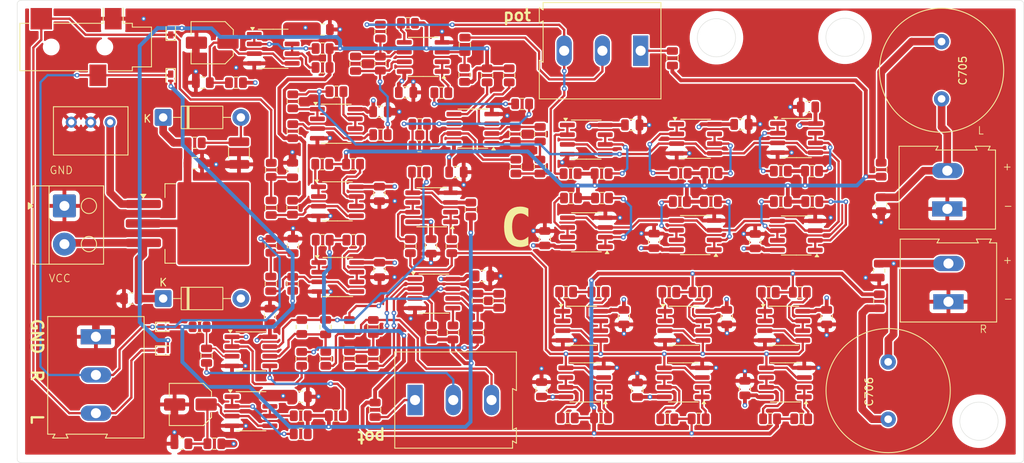
<source format=kicad_pcb>
(kicad_pcb (version 20241229) (generator "pcbnew") (generator_version "9.0")
  (layers (0 "F.Cu" mixed) (4 "In1.Cu" signal) (6 "In2.Cu" signal) (2 "B.Cu" signal) (13 "F.Paste" user) (15 "B.Paste" user) (5 "F.SilkS" user "F.Silkscreen") (7 "B.SilkS" user "B.Silkscreen") (1 "F.Mask" user) (3 "B.Mask" user) (25 "Edge.Cuts" user))
  (net 0 "")
  (net 1 "VCC")
  (net 2 "GND")
  (net 3 "+15V")
  (net 4 "/power/dout")
  (net 5 "Net-(U301A-+)")
  (net 6 "Net-(U302A-+)")
  (net 7 "Net-(C402-Pad1)")
  (net 8 "Net-(U401A-+)")
  (net 9 "Net-(U402A-+)")
  (net 10 "Net-(C404-Pad1)")
  (net 11 "Net-(J501-Pin_1)")
  (net 12 "buff_out_left")
  (net 13 "Net-(U501A-+)")
  (net 14 "Net-(J501-Pin_2)")
  (net 15 "Net-(U501B--)")
  (net 16 "bax_out_left")
  (net 17 "Net-(C504-Pad2)")
  (net 18 "Net-(U502A--)")
  (net 19 "Net-(U502B--)")
  (net 20 "Net-(C505-Pad2)")
  (net 21 "Net-(J601-Pin_1)")
  (net 22 "buff_out_right")
  (net 23 "Net-(U601A-+)")
  (net 24 "Net-(J601-Pin_2)")
  (net 25 "Net-(U601B--)")
  (net 26 "bax_out_right")
  (net 27 "Net-(U602A--)")
  (net 28 "Net-(C604-Pad2)")
  (net 29 "Net-(C605-Pad2)")
  (net 30 "Net-(U602B--)")
  (net 31 "Net-(U701A-+)")
  (net 32 "Net-(U702A-+)")
  (net 33 "hp_out_left")
  (net 34 "Net-(C705-Pad1)")
  (net 35 "Net-(C706-Pad1)")
  (net 36 "hp_out_right")
  (net 37 "/input_buffers/audio_in_left")
  (net 38 "/input_buffers/audio_in_right")
  (net 39 "vbias_right")
  (net 40 "vbias_left")
  (net 41 "Net-(J501-Pin_3)")
  (net 42 "Net-(J601-Pin_3)")
  (net 43 "Net-(U301A--)")
  (net 44 "Net-(U301B--)")
  (net 45 "Net-(U302A--)")
  (net 46 "Net-(U302B--)")
  (net 47 "Net-(U401A--)")
  (net 48 "Net-(U401B--)")
  (net 49 "Net-(U402A--)")
  (net 50 "Net-(U402B--)")
  (net 51 "Net-(U501B-+)")
  (net 52 "Net-(R505-Pad1)")
  (net 53 "Net-(U501A--)")
  (net 54 "Net-(U502A-+)")
  (net 55 "Net-(U502B-+)")
  (net 56 "Net-(U601B-+)")
  (net 57 "Net-(U601A--)")
  (net 58 "Net-(R605-Pad1)")
  (net 59 "Net-(U602A-+)")
  (net 60 "Net-(U602B-+)")
  (net 61 "buff_in_left")
  (net 62 "Net-(U701A--)")
  (net 63 "Net-(U701B--)")
  (net 64 "Net-(U702A--)")
  (net 65 "buff_in_right")
  (net 66 "Net-(U702B--)")
  (net 67 "Net-(U801A--)")
  (net 68 "Net-(U801B--)")
  (net 69 "Net-(U802A--)")
  (net 70 "Net-(U802B--)")
  (net 71 "Net-(U803A--)")
  (net 72 "Net-(U803B--)")
  (net 73 "Net-(U804A--)")
  (net 74 "Net-(U805A--)")
  (net 75 "Net-(U806A--)")
  (net 76 "Net-(U804B--)")
  (net 77 "Net-(U805B--)")
  (net 78 "Net-(U806B--)")
  (net 79 "Net-(U901A--)")
  (net 80 "Net-(U902A--)")
  (net 81 "Net-(U903A--)")
  (net 82 "Net-(U901B--)")
  (net 83 "Net-(U902B--)")
  (net 84 "Net-(U903B--)")
  (net 85 "Net-(U904A--)")
  (net 86 "Net-(U905A--)")
  (net 87 "Net-(U906A--)")
  (net 88 "Net-(U904B--)")
  (net 89 "Net-(U905B--)")
  (net 90 "Net-(U906B--)")
  (net 91 "Net-(U201-ADJ)")
  (footprint "Resistor_SMD:R_0805_2012Metric" (layer "F.Cu") (at 135.24 73.585 -90)
    (property "Reference" "R502" (hide yes))
    (property "Value" "3.3K" (hide yes))
  )
  (footprint "Resistor_SMD:R_0805_2012Metric" (layer "F.Cu") (at 138.85 72.5 180)
    (property "Reference" "R501" (hide yes))
    (property "Value" "3.3K" (hide yes))
  )
  (footprint "Resistor_SMD:R_0805_2012Metric" (layer "F.Cu") (at 109.2325 127.53 180)
    (property "Reference" "R307" (hide yes))
    (property "Value" "2.2K" (hide yes))
  )
  (footprint "Package_SO:SOIC-8_3.9x4.9mm_P1.27mm" (layer "F.Cu") (at 129.68 105.71)
    (property "Reference" "U402" (hide yes))
    (property "Value" "NE5532" (hide yes))
  )
  (footprint "Resistor_SMD:R_0805_2012Metric" (layer "F.Cu") (at 113.545 127.53 180)
    (property "Reference" "R305" (hide yes))
    (property "Value" "2.2K" (hide yes))
  )
  (footprint "Capacitor_SMD:C_0805_2012Metric" (layer "F.Cu") (at 123.76 91.71 90)
    (property "Reference" "C402" (hide yes))
    (property "Value" "1n" (hide yes))
  )
  (footprint "Package_SO:SOIC-8_3.9x4.9mm_P1.27mm" (layer "F.Cu") (at 129.48 85.65)
    (property "Reference" "U701" (hide yes))
    (property "Value" "NE5532" (hide yes))
  )
  (footprint "Capacitor_SMD:C_0805_2012Metric" (layer "F.Cu") (at 171.02 100.98 90)
    (property "Reference" "C804" (hide yes))
    (property "Value" "100n" (hide yes))
  )
  (footprint "Resistor_SMD:R_0805_2012Metric" (layer "F.Cu") (at 152.8825 87 -90)
    (property "Reference" "R508" (hide yes))
    (property "Value" "5.6K" (hide yes))
  )
  (footprint "Package_SO:SOIC-8_3.9x4.9mm_P1.27mm" (layer "F.Cu") (at 142.235 107.885)
    (property "Reference" "U602" (hide yes))
    (property "Value" "NE5532" (hide yes))
  )
  (footprint "Resistor_SMD:R_0805_2012Metric" (layer "F.Cu") (at 176.9725 107.7 180)
    (property "Reference" "R905" (hide yes))
    (property "Value" "1" (hide yes))
  )
  (footprint "Capacitor_SMD:C_0805_2012Metric" (layer "F.Cu") (at 134.55 123.09 -90)
    (property "Reference" "C601" (hide yes))
    (property "Value" "220u" (hide yes))
  )
  (footprint "TerminalBlock:TerminalBlock_Altech_AK300-2_P5.00mm" (layer "F.Cu") (at 209.35 96.795 90)
    (property "Reference" "J701" (hide yes))
    (property "Value" "Screw_Terminal_01x02" (hide yes))
  )
  (footprint "Resistor_SMD:R_0805_2012Metric" (layer "F.Cu") (at 147.07 96.88 -90)
    (property "Reference" "R704" (hide yes))
    (property "Value" "10K" (hide yes))
  )
  (footprint "Resistor_SMD:R_0805_2012Metric" (layer "F.Cu") (at 127.69 75.805)
    (property "Reference" "R302" (hide yes))
    (property "Value" "10" (hide yes))
  )
  (footprint "Diode_SMD:Nexperia_DSN1608-2_1.6x0.8mm" (layer "F.Cu") (at 106.8625 115.325)
    (property "Reference" "D401" (hide yes))
    (property "Value" "PTVS20VZ1USK" (hide yes))
  )
  (footprint "Resistor_SMD:R_0805_2012Metric" (layer "F.Cu") (at 123.79 82.7275 90)
    (property "Reference" "R701" (hide yes))
    (property "Value" "10K" (hide yes))
  )
  (footprint "Resistor_SMD:R_0805_2012Metric" (layer "F.Cu") (at 159.5175 107.67)
    (property "Reference" "R901" (hide yes))
    (property "Value" "1" (hide yes))
  )
  (footprint "Resistor_SMD:R_0805_2012Metric" (layer "F.Cu") (at 120.92 101.615 -90)
    (property "Reference" "R406" (hide yes))
    (property "Value" "22K" (hide yes))
  )
  (footprint "Resistor_SMD:R_0805_2012Metric" (layer "F.Cu") (at 191.665 91.85 180)
    (property "Reference" "R811" (hide yes))
    (property "Value" "1" (hide yes))
  )
  (footprint "Resistor_SMD:R_0805_2012Metric" (layer "F.Cu") (at 139.16 101.68 -90)
    (property "Reference" "R706" (hide yes))
    (property "Value" "10K" (hide yes))
  )
  (footprint "Resistor_SMD:R_0805_2012Metric" (layer "F.Cu") (at 147.96 112.99 -90)
    (property "Reference" "R611" (hide yes))
    (property "Value" "1K" (hide yes))
  )
  (footprint "Resistor_SMD:R_0805_2012Metric" (layer "F.Cu") (at 112.03 80.28 180)
    (property "Reference" "R303" (hide yes))
    (property "Value" "2.2K" (hide yes))
  )
  (footprint "Resistor_SMD:R_0805_2012Metric" (layer "F.Cu") (at 200.46 108.895 -90)
    (property "Reference" "R709" (hide yes))
    (property "Value" "10" (hide yes))
  )
  (footprint "Capacitor_SMD:C_0805_2012Metric" (layer "F.Cu") (at 148.6475 105.5725)
    (property "Reference" "C607" (hide yes))
    (property "Value" "100n" (hide yes))
  )
  (footprint "Capacitor_SMD:C_0805_2012Metric" (layer "F.Cu") (at 173.41 77.08 90)
    (property "Reference" "C501" (hide yes))
    (property "Value" "220u" (hide yes))
  )
  (footprint "Capacitor_SMD:C_1210_3225Metric" (layer "F.Cu") (at 116.755 89.495 90)
    (property "Reference" "C203" (hide yes))
    (property "Value" "10u" (hide yes))
  )
  (footprint "Package_TO_SOT_SMD:TO-263-3_TabPin2" (layer "F.Cu") (at 111.905 98.7)
    (property "Reference" "U201" (hide yes))
    (property "Value" "LM317_TO-263" (hide yes))
  )
  (footprint "Resistor_SMD:R_0805_2012Metric" (layer "F.Cu") (at 127.64 90.94)
    (property "Reference" "R401" (hide yes))
    (property "Value" "10" (hide yes))
  )
  (footprint "Capacitor_SMD:C_0805_2012Metric" (layer "F.Cu") (at 102.675 108.525)
    (property "Reference" "C201" (hide yes))
    (property "Value" "0.1u" (hide yes))
  )
  (footprint "Capacitor_SMD:C_Elec_5x5.4" (layer "F.Cu") (at 113.2575 75.05 180)
    (property "Reference" "C301" (hide yes))
    (property "Value" "C" (hide yes))
  )
  (footprint "Package_SO:SOIC-8_3.9x4.9mm_P1.27mm" (layer "F.Cu") (at 176.405 100.225 180)
    (property "Reference" "U804" (hide yes))
    (property "Value" "NE5532" (hide yes))
  )
  (footprint "Capacitor_SMD:C_0805_2012Metric" (layer "F.Cu") (at 168.16 85.81)
    (property "Reference" "C801" (hide yes))
    (property "Value" "100n" (hide yes))
  )
  (footprint "Resistor_SMD:R_0805_2012Metric" (layer "F.Cu") (at 156.1 91.26 -90)
    (property "Reference" "R506" (hide yes))
    (property "Value" "10" (hide yes))
  )
  (footprint "Package_SO:SOIC-8_3.9x4.9mm_P1.27mm" (layer "F.Cu") (at 189.605 100.275 180)
    (property "Reference" "U806" (hide yes))
    (property "Value" "NE5532" (hide yes))
  )
  (footprint "Resistor_SMD:R_0805_2012Metric" (layer "F.Cu") (at 123.79 86.6275 -90)
    (property "Reference" "R703" (hide yes))
    (property "Value" "10K" (hide yes))
  )
  (footprint "Resistor_SMD:R_0805_2012Metric" (layer "F.Cu") (at 124.95 116.42 -90)
    (property "Reference" "R605" (hide yes))
    (property "Value" "1K" (hide yes))
  )
  (footprint "Capacitor_SMD:C_0805_2012Metric" (layer "F.Cu") (at 131.9925 77.8 -90)
    (property "Reference" "C503" (hide yes))
    (property "Value" "470p" (hide yes))
  )
  (footprint "Capacitor_THT:C_Radial_D16.0mm_H31.5mm_P7.50mm" (layer "F.Cu") (at 208.6 74.9 -90)
    (property "Reference" "C705")
    (property "Value" "2200u")
  )
  (footprint "Capacitor_SMD:C_0805_2012Metric" (layer "F.Cu") (at 120.81 110.79 90)
    (property "Reference" "C606" (hide yes))
    (property "Value" "100n" (hide yes))
  )
  (footprint "Resistor_SMD:R_0805_2012Metric" (layer "F.Cu") (at 135.24 77.78 -90)
    (property "Reference" "R503" (hide yes))
    (property "Value" "3.3K" (hide yes))
  )
  (footprint "Resistor_SMD:R_0805_2012Metric" (layer "F.Cu") (at 111.6075 112.23)
    (property "Reference" "R604" (hide yes))
    (property "Value" "47K" (hide yes))
  )
  (footprint "Diode_SMD:Nexperia_DSN1608-2_1.6x0.8mm" (layer "F.Cu") (at 107.83 79.44 -90)
    (property "Reference" "D403" (hide yes))
    (property "Value" "PTVS20VZ1USK" (hide yes))
  )
  (footprint "Capacitor_SMD:C_0805_2012Metric" (layer "F.Cu") (at 191.14 83.46 180)
    (property "Reference" "C805" (hide yes))
    (property "Value" "100n" (hide yes))
  )
  (footprint "Capacitor_SMD:C_0805_2012Metric" (layer "F.Cu") (at 138.6 81.55)
    (property "Reference" "C506" (hide yes))
    (property "Value" "100n" (hide yes))
  )
  (footprint "Resistor_SMD:R_0805_2012Metric" (layer "F.Cu") (at 160.105 92.19)
    (property "Reference" "R801" (hide yes))
    (property "Value" "1" (hide yes))
  )
  (footprint "Resistor_SMD:R_0805_2012Metric" (layer "F.Cu") (at 134.315 112.25 90)
    (property "Reference" "R606" (hide yes))
    (property "Value" "10" (hide yes))
  )
  (footprint "Resistor_SMD:R_0805_2012Metric" (layer "F.Cu") (at 172.7525 124.265)
    (property "Reference" "R911" (hide yes))
    (property "Value" "1" (hide yes))
  )
  (footprint "Capacitor_SMD:C_0805_2012Metric" (layer "F.Cu") (at 128.081667 112.27 90)
    (property "Reference" "C603" (hide yes))
    (property "Value" "470p" (hide yes))
  )
  (footprint "Capacitor_SMD:C_0805_2012Metric" (layer "F.Cu") (at 184.24 101.02 90)
    (property "Reference" "C806" (hide yes))
    (property "Value" "100n" (hide yes))
  )
  (footprint "Capacitor_SMD:C_0805_2012Metric" (layer "F.Cu") (at 120.96 96.6525 -90)
    (property "Reference" "C403" (hide yes))
    (property "Value" "4.7u" (hide yes))
  )
  (footprint "Resistor_SMD:R_0805_2012Metric" (layer "F.Cu") (at 163.7575 107.67 180)
    (property "Reference" "R904" (hide yes))
    (property "Value" "1" (hide yes))
  )
  (footprint "Resistor_SMD:R_0805_2012Metric" (layer "F.Cu") (at 124.965 112.25 90)
    (property "Reference" "R603" (hide yes))
    (property "Value" "3.3K" (hide yes))
  )
  (footprint "TerminalBlock:TerminalBlock_Altech_AK300-3_P5.00mm" (layer "F.Cu") (at 98.0525 113.53 -90)
    (property "Reference" "J403" (hide yes))
    (property "Value" "Screw_Terminal_01x03" (hide yes))
  )
  (footprint "Capacitor_SMD:C_0805_2012Metric" (layer "F.Cu") (at 182.8925 120.245 90)
    (property "Reference" "C906" (hide yes))
    (property "Value" "100n" (hide yes))
  )
  (footprint "Package_SO:SOIC-8_3.9x4.9mm_P1.27mm" (layer "F.Cu") (at 121.2275 75.845)
    (property "Reference" "U301" (hide yes))
    (property "Value" "NE5532")
  )
  (footprint "Capacitor_SMD:C_0805_2012Metric" (layer "F.Cu") (at 168.83 120.46 90)
    (property "Reference" "C905" (hide yes))
    (property "Value" "100n" (hide yes))
  )
  (footprint "Capacitor_SMD:C_0805_2012Metric" (layer "F.Cu") (at 182.44 85.74)
    (property "Reference" "C803" (hide yes))
    (property "Value" "100n" (hide yes))
  )
  (footprint "Resistor_SMD:R_0805_2012Metric" (layer "F.Cu") (at 110.9675 88.145 180)
    (property "Reference" "R201" (hide yes))
    (property "Value" "10K" (hide yes))
  )
  (footprint "Package_SO:SOIC-8_3.9x4.9mm_P1.27mm" (layer "F.Cu") (at 162.1775 99.86 180)
    (property "Reference" "U802" (hide yes))
    (property "Value" "NE5532" (hide yes))
  )
  (footprint "Capacitor_SMD:C_0805_2012Metric" (layer "F.Cu") (at 180.5175 110.965 -90)
    (property "Reference" "C902" (hide yes))
    (property "Value" "100n" (hide yes))
  )
  (footprint "Capacitor_SMD:C_0805_2012Metric" (layer "F.Cu") (at 110.9775 90.815 180)
    (property "Reference" "C202" (hide yes))
    (property "Value" "1u" (hide yes))
  )
  (footprint "Capacitor_SMD:C_0805_2012Metric" (layer "F.Cu") (at 120.92 106.6 -90)
    (property "Reference" "C404" (hide yes))
    (property "Value" "4.7u" (hide yes))
  )
  (footprint "Resistor_SMD:R_0805_2012Metric" (layer "F.Cu") (at 140.36 88.575)
    (property "Reference" "R512" (hide yes))
    (property "Value" "5.6K" (hide yes))
  )
  (footprint "Package_SO:SOIC-8_3.9x4.9mm_P1.27mm" (layer "F.Cu") (at 141.95 96.585 180)
    (property "Reference" "U702" (hide yes))
    (property "Value" "NE5532" (hide yes))
  )
  (footprint "Resistor_SMD:R_0805_2012Metric" (layer "F.Cu") (at 190.255 124.265 180)
    (property "Reference" "R909" (hide yes))
    (property "Value" "1" (hide yes))
  )
  (footprint "Resistor_SMD:R_0805_2012Metric" (layer "F.Cu") (at 190.0725 107.72 180)
    (property "Reference" "R906" (hide yes))
    (property "Value" "1" (hide yes))
  )
  (footprint "Resistor_SMD:R_0805_2012Metric" (layer "F.Cu") (at 134.315 116.42 90)
    (property "Reference" "R608" (hide yes))
    (property "Value" "5.6K" (hide yes))
  )
  (footprint "Package_SO:SOIC-8_3.9x4.9mm_P1.27mm" (layer "F.Cu") (at 147.335 86.295 180)
    (property "Reference" "U502" (hide yes))
    (property "Value" "NE5532" (hide yes))
  )
  (footprint "Resistor_SMD:R_0805_2012Metric" (layer "F.Cu") (at 146.245 79.26 90)
    (property "Reference" "R504" (hide yes))
    (property "Value" "47K" (hide yes))
  )
  (footprint "Resistor_SMD:R_0805_2012Metric" (layer "F.Cu") (at 200.7 91.6625 90)
    (property "Reference" "R707" (hide yes))
    (property "Value" "10" (hide yes))
  )
  (footprint "Package_SO:SOIC-8_3.9x4.9mm_P1.27mm" (layer "F.Cu") (at 174.83 119.5 180)
    (property "Reference" "U905" (hide yes))
    (property "Value" "NE5532" (hide yes))
  )
  (footprint "Capacitor_SMD:C_0805_2012Metric" (layer "F.Cu") (at 123.815 101.635 90)
    (property "Reference" "C406" (hide yes))
    (property "Value" "1n" (hide yes))
  )
  (footprint "Capacitor_SMD:C_0805_2012Metric" (layer "F.Cu") (at 141.865 101.7 -90)
    (property "Reference" "C704" (hide yes))
    (property "Value" "100n" (hide yes))
  )
  (footprint "Resistor_SMD:R_0805_2012Metric" (layer "F.Cu") (at 200.45 104.87 90)
    (property "Reference" "R710" (hide yes))
    (property "Value" "10K" (hide yes))
  )
  (footprint "Capacitor_THT:C_Radial_D16.0mm_H31.5mm_P7.50mm" (layer "F.Cu") (at 201.62 124.32 90)
    (property "Reference" "C706")
    (property "Value" "2200u")
  )
  (footprint "Capacitor_SMD:C_Elec_5x5.4" (layer "F.Cu") (at 110.405 122.39 180)
    (property "Reference" "C303" (hide yes))
    (property "Value" "C" (hide yes))
  )
  (footprint "Resistor_SMD:R_0805_2012Metric" (layer "F.Cu") (at 173.0025 107.7)
    (property "Reference" "R902" (hide yes))
    (property "Value" "1" (hide yes))
  )
  (footprint "Resistor_SMD:R_0805_2012Metric" (layer "F.Cu") (at 124.83 123.87)
    (property "Reference" "R308" (hide yes))
    (property "Value" "10" (hide yes))
  )
  (footprint "Resistor_SMD:R_0805_2012Metric" (layer "F.Cu") (at 200.7 96.1925 90)
    (property "Reference" "R708" (hide yes))
    (property "Value" "10K" (hide yes))
  )
  (footprint "Capacitor_SMD:C_0805_2012Metric" (layer "F.Cu") (at 145.18 91.98)
    (property "Reference" "C507" (hide yes))
    (property "Value" "100n" (hide yes))
  )
  (footprint "Resistor_SMD:R_0805_2012Metric" (layer "F.Cu") (at 174.49 92.14)
    (property "Reference" "R805" (hide yes))
    (property "Value" "1" (hide yes))
  )
  (footprint "Package_SO:SOIC-8_3.9x4.9mm_P1.27mm" (layer "F.Cu") (at 118.325 123.275)
    (property "Reference" "U302" (hide yes))
    (property "Value" "NE5532")
  )
  (footprint "Resistor_SMD:R_0805_2012Metric" (layer "F.Cu") (at 150.7125 108.8225 90)
    (property "Reference" "R612" (hide yes))
    (property "Value" "5.6K" (hide yes))
  )
  (footprint "Capacitor_SMD:C_0805_2012Metric" (layer "F.Cu") (at 156.13 87.02 -90)
    (property "Reference" "C504" (hide yes))
    (property "Value" "100p" (hide yes))
  )
  (footprint "Resistor_SMD:R_0805_2012Metric" (layer "F.Cu") (at 174.39 95.85)
    (property "Reference" "R810" (hide yes))
    (property "Value" "1" (hide yes))
  )
  (footprint "Capacitor_SMD:C_0805_2012Metric" (layer "F.Cu") (at 131.208333 116.4 90)
    (property "Reference" "C604" (hide yes))
    (property "Value" "100p" (hide yes))
  )
  (footprint "Resistor_SMD:R_0805_2012Metric" (layer "F.Cu") (at 131.67 90.94 180)
    (property "Reference" "R402" (hide yes))
    (property "Value" "10" (hide yes))
  )
  (footprint "Capacitor_SMD:C_0805_2012Metric" (layer "F.Cu") (at 146.29 75.33 90)
    (property "Reference" "C502" (hide yes))
    (property "Value" "10u" (hide yes))
  )
  (footprint "Capacitor_SMD:C_0805_2012Metric" (layer "F.Cu") (at 124.81 121.38)
    (property "Reference" "C304" (hide yes))
    (property "Value" "100n" (hide yes))
  )
  (footprint "TerminalBlock:TerminalBlock_Altech_AK300-3_P5.00mm" (layer "F.Cu") (at 169.265 76.1 180)
    (property "Reference" "J501" (hide yes))
    (property "Value" "Screw_Terminal_01x03" (hide yes))
  )
  (footprint "Resistor_SMD:R_0805_2012Metric" (layer "F.Cu") (at 129.5 81.45 180)
    (property "Reference" "R702" (hide yes))
    (property "Value" "10K" (hide yes))
  )
  (footprint "Potentiometer_THT:Potentiometer_Bourns_3299W_Vertical" (layer "F.Cu") (at 99.915 85.445)
    (property "Reference" "RV201" (hide yes))
    (property "Value" "100K" (hide yes))
  )
  (footprint "Resistor_SMD:R_0805_2012Metric" (layer "F.Cu") (at 128.101667 116.42 90)
    (property "Reference" "R602" (hide yes))
    (property "Value" "3.3K" (hide yes))
  )
  (footprint "Package_SO:SOIC-8_3.9x4.9mm_P1.27mm" (layer "F.Cu") (at 161.96 119.5 180)
    (property "Reference" "U904" (hide yes))
    (property "Value" "NE5532" (hide yes))
  )
  (footprint "Package_SO:SOIC-8_3.9x4.9mm_P1.27mm" (layer "F.Cu") (at 174.9225 112.095)
    (property "Reference" "U902" (hide yes))
    (property "Value" "NE5532" (hide yes))
  )
  (footprint "Connector_Audio:Jack_3.5mm_CUI_SJ-3523-SMT_Horizontal" (layer "F.Cu") (at 96.715 75.61 -90)
    (property "Reference" "J402" (hide yes))
    (property "Value" "AudioJack3")
  )
  (footprint "Resistor_SMD:R_0805_2012Metric" (layer "F.Cu") (at 144.57 101.68 -90)
    (property "Reference" "R705" (hide yes))
    (property "Value" "10K" (hide yes))
  )
  (footprint "Resistor_SMD:R_0805_2012Metric" (layer "F.Cu") (at 160.155 95.375)
    (property "Reference" "R804" (hide yes))
    (property "Value" "1" (hide yes))
  )
  (footprint "Diode_THT:D_DO-41_SOD81_P10.16mm_Horizontal" (layer "F.Cu") (at 106.845 108.525)
    (property "Reference" "D201" (hide yes))
    (property "Value" "1N4002" (hide yes))
  )
  (footprint "Capacitor_SMD:C_0805_2012Metric" (layer "F.Cu") (at 140.32 91.98 180)
    (property "Reference" "C703" (hide yes))
    (property "Value" "10u" (hide yes))
  )
  (footprint "Capacitor_SMD:C_0805_2012Metric" (layer "F.Cu") (at 193.5825 110.965 -90)
    (property "Reference" "C903" (hide yes))
    (property "Value" "100n" (hide yes))
  )
  (footprint "Capacitor_SMD:C_0805_2012Metric" (layer "F.Cu") (at 156.7375 100.635 90)
    (property "Reference" "C802" (hide yes))
    (property "Value" "100n" (hide yes))
  )
  (footprint "Resistor_SMD:R_0805_2012Metric" (layer "F.Cu") (at 178.4475 95.85 180)
    (property "Reference" "R807" (hide yes))
    (property "Value" "1" (hide yes))
  )
  (footprint "Resistor_SMD:R_0805_2012Metric" (layer "F.Cu") (at 176.8425 124.265 180)
    (property "Reference" "R908" (hide yes))
    (property "Value" "1" (hide yes))
  )
  (footprint "Package_SO:SOIC-8_3.9x4.9mm_P1.27mm" (layer "F.Cu") (at 161.5675 112.095)
    (property "Reference" "U901" (hide yes))
    (property "Value" "NE5532" (hide yes))
  )
  (footprint "Resistor_SMD:R_0805_2012Metric" (layer "F.Cu") (at 186.0025 107.72)
    (property "Reference" "R903" (hide yes))
    (property "Value" "1" (hide yes))
  )
  (footprint "Resistor_SMD:R_0805_2012Metric" (layer "F.Cu") (at 144.73 112.97 -90)
    (property "Reference" "R609" (hide yes))
    (property "Value" "1K" (hide yes))
  )
  (footprint "Capacitor_SMD:C_0805_2012Metric" (layer "F.Cu") (at 127.69 73.32)
    (property "Reference" "C302" (hide yes))
    (property "Value" "100n" (hide yes))
  )
  (footprint "Resistor_SMD:R_0805_2012Metric" (layer "F.Cu") (at 141.95 112.98 -90)
    (property "Reference" "R607" (hide yes))
    (property "Value" "1K" (hide yes))
  )
  (footprint "Resistor_SMD:R_0805_2012Metric" (layer "F.Cu") (at 127.7 100.885)
    (property "Reference" "R407" (hide yes))
    (property "Value" "10" (hide yes))
  )
  (footprint "Resistor_SMD:R_0805_2012Metric" (layer "F.Cu") (at 164.165 92.19 180)
    (property "Reference" "R802" (hide yes))
    (property "Value" "1" (hide yes))
  )
  (footprint "Diode_SMD:Nexperia_DSN1608-2_1.6x0.8mm" (layer "F.Cu") (at 107.84 73.745 90)
    (property "Reference" "D404" (hide yes))
    (property "Value" "PTVS20VZ1USK" (hide yes))
  )
  (footprint "Package_SO:SOIC-8_3.9x4.9mm_P1.27mm" (layer "F.Cu") (at 129.63 95.81)
    (property "Reference" "U401" (hide yes))
    (property "Value" "NE5532" (hide yes))
  )
  (footprint "Resistor_SMD:R_0805_2012Metric" (layer "F.Cu") (at 152.08 79.3225 90)
    (property "Reference" "R507" (hide yes))
    (property "Value" "1K" (hide yes))
  )
  (footprint "Resistor_SMD:R_0805_2012Metric" (layer "F.Cu") (at 186.18 124.265)
    (property "Reference" "R912" (hide yes))
    (property "Value" "1" (hide yes))
  )
  (footprint "Resistor_SMD:R_0805_2012Metric" (layer "F.Cu") (at 124.83 126.24)
    (property "Reference" "R306" (hide yes))
    (property "Value" "10" (hide yes))
  )
  (footprint "Resistor_SMD:R_0805_2012Metric" (layer "F.Cu") (at 123.75 96.6325 -90)
    (property "Reference" "R403" (hide yes))
    (property "Value" "22K" (hide yes))
  )
  (footprint "Resistor_SMD:R_0805_2012Metric" (layer "F.Cu") (at 164.215 95.375 180)
    (property "Reference" "R803" (hide yes))
    (property "Value" "1" (hide yes))
  )
  (footprint "Capacitor_SMD:C_0805_2012Metric" (layer "F.Cu") (at 156.31 120.41 90)
    (property "Reference" "C904" (hide yes))
    (property "Value" "100n" (hide yes))
  )
  (footprint "Resistor_SMD:R_0805_2012Metric" (layer "F.Cu") (at 120.97 91.69 -90)
    (property "Reference" "R404" (hide yes))
    (property "Value" "22K" (hide yes))
  )
  (footprint "Diode_SMD:Nexperia_DSN1608-2_1.6x0.8mm" (layer "F.Cu") (at 106.8625 112.24)
    (property "Reference" "D402" (hide yes))
    (property "Value" "PTVS20VZ1USK" (hide yes))
  )
  (footprint "Capacitor_SMD:C_0805_2012Metric" (layer "F.Cu") (at 167.0725 110.965 -90)
    (property "Reference" "C901" (hide yes))
    (property "Value" "100n" (hide yes))
  )
  (footprint "Capacitor_SMD:C_0805_2012Metric" (layer "F.Cu") (at 140.38 85.72)
    (property "Reference" "C505" (hide yes))
    (property "Value" "100p" (hide yes))
  )
  (footprint "Resistor_SMD:R_0805_2012Metric" (layer "F.Cu") (at 178.52 92.13 180)
    (property "Reference" "R806" (hide yes))
    (property "Value" "1" (hide yes))
  )
  (footprint "Resistor_SMD:R_0805_2012Metric" (layer "F.Cu") (at 143.21 81.6)
    (property "Reference" "R505" (hide yes))
    (property "Value" "1K" (hide yes))
  )
  (footprint "Package_SO:SOIC-8_3.9x4.9mm_P1.27mm" (layer "F.Cu") (at 162.155 87.725)
    (property "Reference" "U801" (hide yes))
    (property "Value" "NE5532" (hide yes))
  )
  (footprint "Resistor_SMD:R_0805_2012Metric" (layer "F.Cu") (at 131.72 100.885 180)
    (property "Reference" "R408" (hide yes))
    (property "Value" "10" (hide yes))
  )
  (footprint "TerminalBlock:TerminalBlock_Altech_AK300-3_P5.00mm" (layer "F.Cu") (at 139.77 121.81)
    (property "Reference" "J601" (hide yes))
    (property "Value" "Screw_Terminal_01x03" (hide yes))
  )
  (footprint "Resistor_SMD:R_0805_2012Metric" (layer "F.Cu") (at 149.19 79.3225 90)
    (property "Reference" "R509" (hide yes))
    (property "Value" "1K" (hide yes))
  )
  (footprint "Resistor_SMD:R_0805_2012Metric" (layer "F.Cu") (at 129.42 123.86)
    (property "Reference" "R601" (hide yes))
    (property "Value" "3.3K" (hide yes))
  )
  (footprint "Resistor_SMD:R_0805_2012Metric" (layer "F.Cu") (at 116.36 80.28 180)
    (property "Reference" "R301" (hide yes))
    (property "Value" "2.2K" (hide yes))
  )
  (footprint "Capacitor_SMD:C_0805_2012Metric" (layer "F.Cu") (at 135.11 94.83 -90)
    (property "Reference" "C401" (hide yes))
    (property "Value" "100n" (hide yes))
  )
  (footprint "Capacitor_SMD:C_0805_2012Metric" (layer "F.Cu") (at 135.25 84.08)
    (property "Reference" "C701" (hide yes))
    (property "Value" "100n" (hide yes))
  )
  (footprint "Capacitor_SMD:C_0805_2012Metric" (layer "F.Cu") (at 147.9825 108.8225 90)
    (property "Reference" "C605" (hide yes))
    (property "Value" "100p" (hide yes))
  )
  (footprint "Package_SO:SOIC-8_3.9x4.9mm_P1.27mm" (layer "F.Cu") (at 118.32 115.445)
    (property "Reference" "U601" (hide yes))
    (property "Value" "NE5532" (hide yes))
  )
  (footprint "TerminalBlock:TerminalBlock_Altech_AK300-2_P5.00mm" (layer "F.Cu") (at 209.5 108.945 90)
    (property "Reference" "J702" (hide yes))
    (property "Value" "Screw_Terminal_01x02" (hide yes))
  )
  (footprint "Package_SO:SOIC-8_3.9x4.9mm_P1.27mm" (layer "F.Cu") (at 188.175 119.5 180)
    (property "Reference" "U906" (hide yes))
    (property "Value" "NE5532" (hide yes))
  )
  (footprint "Resistor_SMD:R_0805_2012Metric" (layer "F.Cu") (at 153.7675 83.06 180)
    (property "Reference" "R511" (hide yes))
    (property "Value" "1K" (hide yes))
  )
  (footprint "Capacitor_SMD:C_0805_2012Metric" (layer "F.Cu") (at 135.13 104.78 -90)
    (property "Reference" "C405" (hide yes))
    (property "Value" "100n" (hide yes))
  )
  (footprint "Resistor_SMD:R_0805_2012Metric" (layer "F.Cu") (at 191.7 95.85 180)
    (property "Reference" "R809" (hide yes))
    (property "Value" "1" (hide yes))
  )
  (footprint "Resistor_SMD:R_0805_2012Metric" (layer "F.Cu") (at 187.59 95.85)
    (property "Reference" "R812" (hide yes))
    (property "Value" "1" (hide yes))
  )
  (footprint "Package_SO:SOIC-8_3.9x4.9mm_P1.27mm" (layer "F.Cu") (at 176.45 87.62)
    (property "Reference" "U803" (hide yes))
    (property "Value" "NE5532" (hide yes))
  )
  (footprint "Diode_THT:D_DO-41_SOD81_P10.16mm_Horizontal" (layer "F.Cu") (at 106.845 84.825)
    (property "Reference" "D202" (hide yes))
    (property "Value" "1N4002" (hide yes))
  )
  (footprint "Resistor_SMD:R_0805_2012Metric" (layer "F.Cu") (at 123.78 106.6 90)
    (property "Reference" "R405" (hide yes))
    (property "Value" "22K" (hide yes))
  )
  (footprint "Resistor_SMD:R_0805_2012Metric" (layer "F.Cu") (at 159.73 124.155)
    (property "Reference" "R910" (hide yes))
    (property "Value" "1" (hide yes))
  )
  (footprint "Capacitor_SMD:C_0805_2012Metric" (layer "F.Cu") (at 135.25 87.09 180)
    (property "Reference" "C702" (hide yes))
    (property "Value" "10u" (hide yes))
  )
  (footprint "Package_SO:SOIC-8_3.9x4.9mm_P1.27mm" (layer "F.Cu") (at 187.9825 112.095)
    (property "Reference" "U903" (hide yes))
    (property "Value" "NE5532" (hide yes))
  )
  (footprint "Resistor_SMD:R_0805_2012Metric" (layer "F.Cu") (at 152.955 91.26 -90)
    (property "Reference" "R510" (hide yes))
    (property "Value" "10" (hide yes))
  )
  (footprint "Resistor_SMD:R_0805_2012Metric" (layer "F.Cu") (at 127.68 78.29)
    (property "Reference" "R304" (hide yes))
    (property "Value" "10" (hide yes))
  )
  (footprint "Resistor_SMD:R_0805_2012Metric" (layer "F.Cu") (at 164.085 124.155 180)
    (property "Reference" "R907" (hide yes))
    (property "Value" "1" (hide yes))
  )
  (footprint "TerminalBlock_Altech:Altech_AK100_1x02_P5.00mm" (layer "F.Cu") (at 93.9375 96.405 -90)
    (property "Reference" "J201" (hide yes))
    (property "Value" "Screw_Terminal_01x02" (hide yes))
  )
  (footprint "Package_SO:SOIC-8_3.9x4.9mm_P1.27mm" (layer "F.Cu") (at 140.84 76.91 180)
    (property "Reference" "U501" (hide yes))
    (property "Value" "NE5532" (hide yes))
  )
  (footprint "Resistor_SMD:R_0805_2012Metric" (layer "F.Cu") (at 131.198333 112.25 -90)
    (property "Reference" "R610" (hide yes))
    (property "Value" "10" (hide yes))
  )
  (footprint "Resistor_SMD:R_0805_2012Metric" (layer "F.Cu") (at 187.585 91.85)
    (property "Reference" "R808" (hide yes))
    (property "Value" "1" (hide yes))
  )
  (footprint "Capacitor_SMD:C_0805_2012Metric" (layer "F.Cu") (at 112.52 116.01 -90)
    (property "Reference" "C602" (hide yes))
    (property "Value" "10u" (hide yes))
  )
  (footprint "Package_SO:SOIC-8_3.9x4.9mm_P1.27mm" (layer "F.Cu") (at 189.64 87.525)
    (property "Reference" "U805" (hide yes))
    (property "Value" "NE5532" (hide yes))
  )
  (gr_circle (center 213.49 124.58) (end 215.99 124.58) (stroke (width 0.05)) (fill no) (layer "Edge.Cuts"))
  (gr_arc (start 218.84 69.51) (mid 219.193553 69.656447) (end 219.34 70.01) (stroke (width 0.05)) (layer "Edge.Cuts"))
  (gr_circle (center 179.17 74.4) (end 181.67 74.4) (stroke (width 0.05)) (fill no) (layer "Edge.Cuts"))
  (gr_arc (start 88.26 130) (mid 87.906447 129.853553) (end 87.76 129.5) (stroke (width 0.05)) (layer "Edge.Cuts"))
  (gr_line (start 88.26 69.51) (end 218.84 69.51) (stroke (width 0.05)) (layer "Edge.Cuts"))
  (gr_circle (center 195.98 74.34) (end 198.48 74.34) (stroke (width 0.05)) (fill no) (layer "Edge.Cuts"))
  (gr_line (start 219.34 70.01) (end 219.34 129.5) (stroke (width 0.05)) (layer "Edge.Cuts"))
  (gr_arc (start 87.76 70.01) (mid 87.906447 69.656447) (end 88.26 69.51) (stroke (width 0.05)) (layer "Edge.Cuts"))
  (gr_line (start 87.76 129.5) (end 87.76 70.01) (stroke (width 0.05)) (layer "Edge.Cuts"))
  (gr_arc (start 219.34 129.5) (mid 219.193553 129.853553) (end 218.84 130) (stroke (width 0.05)) (layer "Edge.Cuts"))
  (gr_line (start 218.84 130) (end 88.26 130) (stroke (width 0.05)) (layer "Edge.Cuts"))
  (gr_text "L" (at 213.25 87.13 0) (layer "F.SilkS") (effects (font (size 1 1) (thickness 0.1)) (justify left bottom)))
  (gr_text "L" (at 89.4725 123.515 270) (layer "F.SilkS") (effects (font (size 1.5 1.5) (thickness 0.3) (bold yes)) (justify left bottom)))
  (gr_text "-" (at 216.63 109.12 0) (layer "F.SilkS") (effects (font (size 1 1) (thickness 0.1)) (justify left bottom)))
  (gr_text "R" (at 213.49 113.12 0) (layer "F.SilkS") (effects (font (size 1 1) (thickness 0.1)) (justify left bottom)))
  (gr_text "C" (at 150.89 102.54 0) (layer "F.SilkS") (effects (font (size 5 5) (thickness 0.2) (bold yes)) (justify left bottom)))
  (gr_text "+" (at 216.53 104.06 0) (layer "F.SilkS") (effects (font (size 1 1) (thickness 0.1)) (justify left bottom)))
  (gr_text "GND" (at 89.4725 111.005 270) (layer "F.SilkS") (effects (font (size 1.5 1.5) (thickness 0.3) (bold yes)) (justify left bottom)))
  (gr_text "pot" (at 136.05 125.8 180) (layer "F.SilkS") (effects (font (size 1.5 1.5) (thickness 0.3) (bold yes)) (justify left bottom)))
  (gr_text "R" (at 89.4725 117.675 270) (layer "F.SilkS") (effects (font (size 1.5 1.5) (thickness 0.3) (bold yes)) (justify left bottom)))
  (gr_text "-" (at 216.61 96.97 0) (layer "F.SilkS") (effects (font (size 1 1) (thickness 0.1)) (justify left bottom)))
  (gr_text "+" (at 216.5 91.83 0) (layer "F.SilkS") (effects (font (size 1 1) (thickness 0.1)) (justify left bottom)))
  (gr_text "pot" (at 151.12 72.32 0) (layer "F.SilkS") (effects (font (size 1.5 1.5) (thickness 0.3) (bold yes)) (justify left bottom)))
  (gr_text "VCC" (at 91.83 106.47 0) (layer "F.SilkS") (effects (font (size 1 1) (thickness 0.1)) (justify left bottom)))
  (gr_text "GND" (at 91.9375 92.32 0) (layer "F.SilkS") (effects (font (size 1 1) (thickness 0.1)) (justify left bottom)))
  (segment (start 94.1025 101.24) (end 93.9375 101.405) (width 0.5) (layer "F.Cu") (net 1))
  (segment (start 104.255 102.735) (end 104.255 101.24) (width 1) (layer "F.Cu") (net 1))
  (segment (start 103.625 103.365) (end 104.255 102.735) (width 1) (layer "F.Cu") (net 1))
  (segment (start 103.625 108.525) (end 103.625 103.365) (width 1) (layer "F.Cu") (net 1))
  (segment (start 106.845 108.525) (end 103.625 108.525) (width 1) (layer "F.Cu") (net 1))
  (segment (start 104.255 101.24) (end 94.1025 101.24) (width 1) (layer "F.Cu") (net 1))
  (segment (start 183.39 85.74) (end 184.86 85.74) (width 0.5) (layer "F.Cu") (net 2))
  (segment (start 141.865 103.835) (end 141.85 103.85) (width 0.5) (layer "F.Cu") (net 2))
  (segment (start 108.32 127.53) (end 108.32 126.03) (width 1) (layer "F.Cu") (net 2))
  (segment (start 193.5825 113.3075) (end 193.57 113.32) (width 0.5) (layer "F.Cu") (net 2))
  (segment (start 146.13 94.48) (end 145.93 94.68) (width 0.5) (layer "F.Cu") (net 2))
  (segment (start 123.76 90.76) (end 123.76 89.39) (width 1) (layer "F.Cu") (net 2))
  (segment (start 99.025 108.525) (end 101.725 108.525) (width 1) (layer "F.Cu") (net 2))
  (segment (start 172.4475 114) (end 174.16 114) (width 0.5) (layer "F.Cu") (net 2))
  (segment (start 175.625 89.525) (end 175.63 89.53) (width 0.5) (layer "F.Cu") (net 2))
  (segment (start 139.55 81.55) (end 139.55 80.14) (width 0.5) (layer "F.Cu") (net 2))
  (segment (start 166.135 117.595) (end 166.15 117.58) (width 0.5) (layer "F.Cu") (net 2))
  (segment (start 192.515 117.595) (end 192.52 117.59) (width 0.5) (layer "F.Cu") (net 2))
  (segment (start 198.6875 105.7825) (end 198.67 105.8) (width 1) (layer "F.Cu") (net 2))
  (segment (start 146.13 93.65) (end 146.13 94.48) (width 0.5) (layer "F.Cu") (net 2))
  (segment (start 150.9525 105.5725) (end 150.96 105.58) (width 1) (layer "F.Cu") (net 2))
  (segment (start 108.32 122.4125) (end 108.3425 122.39) (width 1) (layer "F.Cu") (net 2))
  (segment (start 156.7375 99.685) (end 155.255 99.685) (width 0.5) (layer "F.Cu") (net 2))
  (segment (start 170.38 85.81) (end 170.39 85.82) (width 0.5) (layer "F.Cu") (net 2))
  (segment (start 164.6525 97.955) (end 166.555 97.955) (width 0.5) (layer "F.Cu") (net 2))
  (segment (start 164.435 117.595) (end 166.135 117.595) (width 0.5) (layer "F.Cu") (net 2))
  (segment (start 123.815 100.685) (end 123.815 99.345) (width 0.5) (layer "F.Cu") (net 2))
  (segment (start 200.45 105.7825) (end 198.6875 105.7825) (width 1) (layer "F.Cu") (net 2))
  (segment (start 111.1175 75.1275) (end 111.195 75.05) (width 1) (layer "F.Cu") (net 2))
  (segment (start 180.5175 111.915) (end 180.5175 113.0275) (width 0.5) (layer "F.Cu") (net 2))
  (segment (start 159.0925 114) (end 160.68 114) (width 0.5) (layer "F.Cu") (net 2))
  (segment (start 171.02 100.03) (end 169.38 100.03) (width 0.5) (layer "F.Cu") (net 2))
  (segment (start 123.815 99.345) (end 123.83 99.33) (width 0.5) (layer "F.Cu") (net 2))
  (segment (start 111.1175 80.28) (end 111.1175 75.1275) (width 1) (layer "F.Cu") (net 2))
  (segment (start 159.01 90.71) (end 159.68 90.04) (width 0.5) (layer "F.Cu") (net 2))
  (segment (start 127.12 121.38) (end 127.15 121.35) (width 0.5) (layer "F.Cu") (net 2))
  (segment (start 168.83 119.51) (end 168.83 118.2875) (width 0.5) (layer "F.Cu") (net 2))
  (segment (start 193.5825 111.915) (end 193.5825 113.3075) (width 0.5) (layer "F.Cu") (net 2))
  (segment (start 173.975 89.525) (end 175.625 89.525) (width 0.5) (layer "F.Cu") (net 2))
  (segment (start 128.735 107.615) (end 128.74 107.61) (width 0.5) (layer "F.Cu") (net 2))
  (segment (start 184.86 85.74) (end 184.89 85.71) (width 0.5) (layer "F.Cu") (net 2))
  (segment (start 185.5075 114) (end 187.21 114) (width 0.5) (layer "F.Cu") (net 2))
  (segment (start 128.705 97.715) (end 128.71 97.72) (width 0.5) (layer "F.Cu") (net 2))
  (segment (start 127.205 107.615) (end 128.735 107.615) (width 0.5) (layer "F.Cu") (net 2))
  (segment (start 180.5175 113.0275) (end 180.55 113.06) (width 0.5) (layer "F.Cu") (net 2))
  (segment (start 167.0725 113.1225) (end 167.08 113.13) (width 0.5) (layer "F.Cu") (net 2))
  (segment (start 184.24 100.07) (end 182.74 100.07) (width 0.5) (layer "F.Cu") (net 2))
  (segment (start 141.865 102.65) (end 141.865 103.835) (width 0.5) (layer "F.Cu") (net 2))
  (segment (start 174.16 114) (end 174.17 114.01) (width 0.5) (layer "F.Cu") (net 2))
  (segment (start 182.8925 118.0325) (end 182.89 118.03) (width 0.5) (layer "F.Cu") (net 2))
  (segment (start 166.555 97.955) (end 166.56 97.95) (width 0.5) (layer "F.Cu") (net 2))
  (segment (start 128.64 73.32) (end 129.96 73.32) (width 0.5) (layer "F.Cu") (net 2))
  (segment (start 159.68 90.04) (end 159.68 89.63) (width 0.5) (layer "F.Cu") (net 2))
  (segment (start 135.11 95.78) (end 137.11 95.78) (width 0.5) (layer "F.Cu") (net 2))
  (segment (start 169.11 85.81) (end 170.38 85.81) (width 0.5) (layer "F.Cu") (net 2))
  (segment (start 182.74 100.07) (end 182.73 100.06) (width 0.5) (layer "F.Cu") (net 2))
  (segment (start 108.32 126.03) (end 108.32 122.4125) (width 1) (layer "F.Cu") (net 2))
  (segment (start 113.32 90.97) (end 113.76 90.97) (width 1) (layer "F.Cu") (net 2))
  (segment (start 117.64 125.18) (end 117.65 125.19) (width 0.5) (layer "F.Cu") (net 2))
  (segment (start 146.13 91.98) (end 146.13 93.65) (width 0.5) (layer "F.Cu") (net 2))
  (segment (start 160.68 114) (end 160.69 113.99) (width 0.5) (layer "F.Cu") (net 2))
  (segment (start 149.81 84.39) (end 151.61 84.39) (width 0.5) (layer "F.Cu") (net 2))
  (segment (start 143.315 75.005) (end 143.315 73.595) (width 0.5) (layer "F.Cu") (net 2))
  (segment (start 156.31 119.46) (end 156.31 117.6875) (width 0.5) (layer "F.Cu") (net 2))
  (segment (start 137.11 95.78) (end 137.12 95.77) (width 0.5) (layer "F.Cu") (net 2))
  (segment (start 113.165 90.815) (end 113.32 90.97) (width 1) (layer "F.Cu") (net 2))
  (segment (start 149.5975 105.5725) (end 150.9525 105.5725) (width 1) (layer "F.Cu") (net 2))
  (segment (start 151.61 84.39) (end 151.82 84.6) (width 0.5) (layer "F.Cu") (net 2))
  (segment (start 156.31 117.6875) (end 156.3075 117.685) (width 0.5) (layer "F.Cu") (net 2))
  (segment (start 100.315 71.91) (end 104.29 71.91) (width 0.5) (layer "F.Cu") (net 2))
  (segment (start 111.9275 90.815) (end 113.165 90.815) (width 1) (layer "F.Cu") (net 2))
  (segment (start 115.845 117.35) (end 117.6 117.35) (width 0.5) (layer "F.Cu") (net 2))
  (segment (start 193.68 98.37) (end 194.11 97.94) (width 0.5) (layer "F.Cu") (net 2))
  (segment (start 128.605 87.555) (end 128.64 87.52) (width 0.5) (layer "F.Cu") (net 2))
  (segment (start 167.0725 111.915) (end 167.0725 113.1225) (width 0.5) (layer "F.Cu") (net 2))
  (segment (start 113.76 90.97) (end 116.755 90.97) (width 1) (layer "F.Cu") (net 2))
  (segment (start 155.255 99.685) (end 155.24 99.67) (width 0.5) (layer "F.Cu") (net 2))
  (segment (start 179.105 117.595) (end 179.11 117.59) (width 0.5) (layer "F.Cu") (net 2))
  (segment (start 143.315 73.595) (end 143.3 73.58) (width 0.5) (layer "F.Cu") (net 2))
  (segment (start 192.08 98.37) (end 193.68 98.37) (width 0.5) (layer "F.Cu") (net 2))
  (segment (start 137.08 105.73) (end 137.09 105.72) (width 0.5) (layer "F.Cu") (net 2))
  (segment (start 139.76 109.79) (end 139.76 110.6) (width 0.5) (layer "F.Cu") (net 2))
  (segment (start 190.65 117.595) (end 192.515 117.595) (width 0.5) (layer "F.Cu") (net 2))
  (segment (start 169.38 100.03) (end 169.36 100.01) (width 0.5) (layer "F.Cu") (net 2))
  (segment (start 127.005 87.555) (end 128.605 87.555) (width 0.5) (layer "F.Cu") (net 2))
  (segment (start 116.9425 77.75) (end 116.3825 78.31) (width 0.5) (layer "F.Cu") (net 2))
  (segment (start 136.2 84.08) (end 137.71 84.08) (width 1) (layer "F.Cu") (net 2))
  (segment (start 127.155 97.715) (end 128.705 97.715) (width 0.5) (layer "F.Cu") (net 2))
  (segment (start 98.0525 109.4975) (end 99.025 108.525) (width 1) (layer "F.Cu") (net 2))
  (segment (start 118.7525 77.75) (end 116.9425 77.75) (width 0.5) (layer "F.Cu") (net 2))
  (segment (start 123.76 89.39) (end 123.74 89.37) (width 1) (layer "F.Cu") (net 2))
  (segment (start 98.0525 113.53) (end 98.0525 109.4975) (width 1) (layer "F.Cu") (net 2))
  (segment (start 129.96 73.32) (end 129.97 73.31) (width 0.5) (layer "F.Cu") (net 2))
  (segment (start 139.76 110.6) (end 139.21 111.15) (width 0.5) (layer "F.Cu") (net 2))
  (segment (start 125.76 121.38) (end 127.12 121.38) (width 0.5) (layer "F.Cu") (net 2))
  (segment (start 187.165 89.43) (end 189 89.43) (width 0.5) (layer "F.Cu") (net 2))
  (segment (start 182.8925 119.295) (end 182.8925 118.0325) (width 0.5) (layer "F.Cu") (net 2))
  (segment (start 145.93 94.68) (end 144.425 94.68) (width 0.5) (layer "F.Cu") (net 2))
  (segment (start 190.19 83.46) (end 188.83 83.46) (width 0.5) (layer "F.Cu") (net 2))
  (segment (start 135.13 105.73) (end 137.08 105.73) (width 0.5) (layer "F.Cu") (net 2))
  (segment (start 200.7 97.105) (end 200.7 98.56) (width 1) (layer "F.Cu") (net 2))
  (segment (start 177.305 117.595) (end 179.105 117.595) (width 0.5) (layer "F.Cu") (net 2))
  (segment (start 168.83 118.2875) (end 168.8275 118.285) (width 0.5) (layer "F.Cu") (net 2))
  (segment (start 115.85 125.18) (end 117.64 125.18) (width 0.5) (layer "F.Cu") (net 2))
  (via (at 129.97 73.31) (size 0.6) (drill 0.3) (layers "F.Cu" "B.Cu") (net 2))
  (via (at 166.56 97.95) (size 0.6) (drill 0.3) (layers "F.Cu" "B.Cu") (net 2))
  (via (at 151.82 84.6) (size 0.6) (drill 0.3) (layers "F.Cu" "B.Cu") (net 2))
  (via (at 182.73 100.06) (size 0.6) (drill 0.3) (layers "F.Cu" "B.Cu") (net 2))
  (via (at 137.12 95.77) (size 0.6) (drill 0.3) (layers "F.Cu" "B.Cu") (net 2))
  (via (at 143.3 73.58) (size 0.6) (drill 0.3) (layers "F.Cu" "B.Cu") (net 2))
  (via (at 188.83 83.46) (size 0.6) (drill 0.3) (layers "F.Cu" "B.Cu") (net 2))
  (via (at 193.57 113.32) (size 0.6) (drill 0.3) (layers "F.Cu" "B.Cu") (net 2))
  (via (at 175.63 89.53) (size 0.6) (drill 0.3) (layers "F.Cu" "B.Cu") (net 2))
  (via (at 156.3075 117.685) (size 0.6) (drill 0.3) (layers "F.Cu" "B.Cu") (net 2))
  (via (at 192.52 117.59) (size 0.6) (drill 0.3) (layers "F.Cu" "B.Cu") (net 2))
  (via (at 187.21 114) (size 0.6) (drill 0.3) (layers "F.Cu" "B.Cu") (net 2))
  (via (at 116.3825 78.31) (size 0.6) (drill 0.3) (layers "F.Cu" "B.Cu") (net 2))
  (via (at 128.71 97.72) (size 0.6) (drill 0.3) (layers "F.Cu" "B.Cu") (net 2))
  (via (at 174.17 114.01) (size 0.6) (drill 0.3) (layers "F.Cu" "B.Cu") (net 2))
  (via (at 137.09 105.72) (size 0.6) (drill 0.3) (layers "F.Cu" "B.Cu") (net 2))
  (via (at 184.89 85.71) (size 0.6) (drill 0.3) (layers "F.Cu" "B.Cu") (net 2))
  (via (at 123.74 89.37) (size 0.6) (drill 0.3) (layers "F.Cu" "B.Cu") (net 2))
  (via (at 113.76 90.97) (size 0.6) (drill 0.3) (layers "F.Cu" "B.Cu") (net 2))
  (via (at 180.55 113.06) (size 0.6) (drill 0.3) (layers "F.Cu" "B.Cu") (net 2))
  (via (at 159.01 90.71) (size 0.6) (drill 0.3) (layers "F.Cu" "B.Cu") (net 2))
  (via (at 139.55 80.14) (size 0.6) (drill 0.3) (layers "F.Cu" "B.Cu") (net 2))
  (via (at 123.83 99.33) (size 0.6) (drill 0.3) (layers "F.Cu" "B.Cu") (net 2))
  (via (at 128.74 107.61) (size 0.6) (drill 0.3) (layers "F.Cu" "B.Cu") (net 2))
  (via (at 117.65 125.19) (size 0.6) (drill 0.3) (layers "F.Cu" "B.Cu") (net 2))
  (via (at 104.29 71.91) (size 0.6) (drill 0.3) (layers "F.Cu" "B.Cu") (net 2))
  (via (at 155.24 99.67) (size 0.6) (drill 0.3) (layers "F.Cu" "B.Cu") (net 2))
  (via (at 198.67 105.8) (size 0.6) (drill 0.3) (layers "F.Cu" "B.Cu") (net 2))
  (via (at 189 89.43) (size 0.6) (drill 0.3) (layers "F.Cu" "B.Cu") (net 2))
  (via (at 139.21 111.15) (size 0.6) (drill 0.3) (layers "F.Cu" "B.Cu") (net 2))
  (via (at 128.64 87.52) (size 0.6) (drill 0.3) (layers "F.Cu" "B.Cu") (net 2))
  (via (at 166.15 117.58) (size 0.6) (drill 0.3) (layers "F.Cu" "B.Cu") (net 2))
  (via (at 117.6 117.35) (size 0.6) (drill 0.3) (layers "F.Cu" "B.Cu") (net 2))
  (via (at 141.85 103.85) (size 0.6) (drill 0.3) (layers "F.Cu" "B.Cu") (net 2))
  (via (at 170.39 85.82) (size 0.6) (drill 0.3) (layers "F.Cu" "B.Cu") (net 2))
  (via (at 111.1175 78.81) (size 0.6) (drill 0.3) (layers "F.Cu" "B.Cu") (net 2))
  (via (at 108.32 126.03) (size 0.6) (drill 0.3) (layers "F.Cu" "B.Cu") (net 2))
  (via (at 182.89 118.03) (size 0.6) (drill 0.3) (layers "F.Cu" "B.Cu") (net 2))
  (via (at 146.13 93.65) (size 0.6) (drill 0.3) (layers "F.Cu" "B.Cu") (net 2))
  (via (at 179.11 117.59) (size 0.6) (drill 0.3) (layers "F.Cu" "B.Cu") (net 2))
  (via (at 167.08 113.13) (size 0.6) (drill 0.3) (layers "F.Cu" "B.Cu") (net 2))
  (via (at 150.96 105.58) (size 0.6) (drill 0.3) (layers "F.Cu" "B.Cu") (net 2))
  (via (at 160.69 113.99) (size 0.6) (drill 0.3) (layers "F.Cu" "B.Cu") (net 2))
  (via (at 169.36 100.01) (size 0.6) (drill 0.3) (layers "F.Cu" "B.Cu") (net 2))
  (via (at 168.8275 118.285) (size 0.6) (drill 0.3) (layers "F.Cu" "B.Cu") (net 2))
  (via (at 127.15 121.35) (size 0.6) (drill 0.3) (layers "F.Cu" "B.Cu") (net 2))
  (via (at 194.11 97.94) (size 0.6) (drill 0.3) (layers "F.Cu" "B.Cu") (net 2))
  (via (at 137.71 84.08) (size 0.6) (drill 0.3) (layers "F.Cu" "B.Cu") (net 2))
  (via (at 200.7 98.56) (size 0.6) (drill 0.3) (layers "F.Cu" "B.Cu") (net 2))
  (segment (start 165.405 110.015) (end 167.0725 110.015) (width 0.5) (layer "F.Cu") (net 3))
  (segment (start 137.65 80.46) (end 138.045 80.065) (width 0.5) (layer "F.Cu") (net 3))
  (segment (start 172.09 102.15) (end 172.11 102.13) (width 0.5) (layer "F.Cu") (net 3))
  (segment (start 133.54 84.08) (end 134.3 84.08) (width 0.5) (layer "F.Cu") (net 3))
  (segment (start 104.255 98.7) (end 113.405 98.7) (width 1) (layer "F.Cu") (net 3))
  (segment (start 168.905 121.335) (end 168.83 121.41) (width 0.5) (layer "F.Cu") (net 3))
  (segment (start 143.17 105.98) (end 143.16 105.97) (width 0.5) (layer "F.Cu") (net 3))
  (segment (start 114.4575 127.53) (end 116.06 127.53) (width 1) (layer "F.Cu") (net 3))
  (segment (start 120.795 113.54) (end 120.795 111.755) (width 0.5) (layer "F.Cu") (net 3))
  (segment (start 185.21 101.97) (end 185.42 102.18) (width 0.5) (layer "F.Cu") (net 3))
  (segment (start 106.845 86.775) (end 108.215 88.145) (width 1) (layer "F.Cu") (net 3))
  (segment (start 171.02 101.93) (end 171.87 101.93) (width 0.5) (layer "F.Cu") (net 3))
  (segment (start 132.155 103.805) (end 135.105 103.805) (width 0.5) (layer "F.Cu") (net 3))
  (segment (start 144.23 90.03) (end 144.23 90.04) (width 0.5) (layer "F.Cu") (net 3))
  (segment (start 146.5675 105.5725) (end 147.6975 105.5725) (width 0.5) (layer "F.Cu") (net 3))
  (segment (start 138.36 79.52) (end 138.365 79.515) (width 0.5) (layer "F.Cu") (net 3))
  (segment (start 177.3975 110.19) (end 178.93 110.19) (width 0.5) (layer "F.Cu") (net 3))
  (segment (start 192.215 110.015) (end 193.5825 110.015) (width 0.5) (layer "F.Cu") (net 3))
  (segment (start 185.42 102.18) (end 187.13 102.18) (width 0.5) (layer "F.Cu") (net 3))
  (segment (start 164.63 85.82) (end 167.2 85.82) (width 0.5) (layer "F.Cu") (net 3))
  (segment (start 137.09 103.83) (end 137.11 103.85) (width 0.5) (layer "F.Cu") (net 3))
  (segment (start 182.8925 121.195) (end 182.8925 122.4975) (width 0.5) (layer "F.Cu") (net 3))
  (segment (start 144.23 90.04) (end 144.23 91.98) (width 0.5) (layer "F.Cu") (net 3))
  (segment (start 137.65 81.55) (end 137.65 80.46) (width 0.5) (layer "F.Cu") (net 3))
  (segment (start 180.5175 108.6275) (end 180.5 108.61) (width 0.5) (layer "F.Cu") (net 3))
  (segment (start 184.595 121.405) (end 184.385 121.195) (width 0.5) (layer "F.Cu") (net 3))
  (segment (start 113.08 98.7) (end 110.0275 95.6475) (width 1) (layer "F.Cu") (net 3))
  (segment (start 144.71 105.98) (end 146.16 105.98) (width 0.5) (layer "F.Cu") (net 3))
  (segment (start 172.355 121.405) (end 170.48 121.405) (width 0.5) (layer "F.Cu") (net 3))
  (segment (start 113.405 98.7) (end 113.08 98.7) (width 1) (layer "F.Cu") (net 3))
  (segment (start 171.02 101.93) (end 169.33 101.93) (width 0.5) (layer "F.Cu") (net 3))
  (segment (start 181.465 85.715) (end 181.49 85.74) (width 0.5) (layer "F.Cu") (net 3))
  (segment (start 141.85 98.49) (end 141.85 100.735) (width 0.5) (layer "F.Cu") (net 3))
  (segment (start 138.045 80.065) (end 138.36 79.75) (width 0.5) (layer "F.Cu") (net 3))
  (segment (start 146.16 105.98) (end 146.5675 105.5725) (width 0.5) (layer "F.Cu") (net 3))
  (segment (start 167.0725 110.015) (end 167.0725 108.6625) (width 0.5) (layer "F.Cu") (net 3))
  (segment (start 144.86 88.2) (end 144.86 89.4) (width 0.5) (layer "F.Cu") (net 3))
  (segment (start 144.86 89.4) (end 144.23 90.03) (width 0.5) (layer "F.Cu") (net 3))
  (segment (start 165.39 110) (end 165.405 110.015) (width 0.5) (layer "F.Cu") (net 3))
  (segment (start 110.055 88.145) (end 110.055 90.7875) (width 1) (layer "F.Cu") (net 3))
  (segment (start 178.93 110.19) (end 179.105 110.015) (width 0.5) (layer "F.Cu") (net 3))
  (segment (start 192.115 85.62) (end 192.115 83.485) (width 0.5) (layer "F.Cu") (net 3))
  (segment (start 177.245 85.715) (end 176.88 86.08) (width 0.5) (layer "F.Cu") (net 3))
  (segment (start 172.11 102.13) (end 173.93 102.13) (width 0.5) (layer "F.Cu") (net 3))
  (segment (start 117.2725 80.28) (end 118.8825 80.28) (width 0.5) (layer "F.Cu") (net 3))
  (segment (start 193.5825 110.015) (end 193.5825 108.4325) (width 0.5) (layer "F.Cu") (net 3))
  (segment (start 157.935 101.585) (end 158.115 101.765) (width 0.5) (layer "F.Cu") (net 3))
  (segment (start 190.3 85.62) (end 190.05 85.87) (width 0.5) (layer "F.Cu") (net 3))
  (segment (start 120.795 113.54) (end 119.55 113.54) (width 0.5) (layer "F.Cu") (net 3))
  (segment (start 138.36 79.75) (end 138.36 79.52) (width 0.5) (layer "F.Cu") (net 3))
  (segment (start 156.355 121.405) (end 156.31 121.36) (width 0.5) (layer "F.Cu") (net 3))
  (segment (start 184.385 121.195) (end 182.8925 121.195) (width 0.5) (layer "F.Cu") (net 3))
  (segment (start 108.215 88.145) (end 110.055 88.145) (width 1) (layer "F.Cu") (net 3))
  (segment (start 180.5175 110.015) (end 180.5175 108.6275) (width 0.5) (layer "F.Cu") (net 3))
  (segment (start 134.32 82.61) (end 134.32 84.06) (width 0.5) (layer "F.Cu") (net 3))
  (segment (start 192.115 85.62) (end 190.3 85.62) (width 0.5) (layer "F.Cu") (net 3))
  (segment (start 184.24 101.97) (end 182.76 101.97) (width 0.5) (layer "F.Cu") (net 3))
  (segment (start 190.4575 110.19) (end 192.04 110.19) (width 0.5) (layer "F.Cu") (net 3))
  (segment (start 158.115 101.765) (end 159.7025 101.765) (width 0.5) (layer "F.Cu") (net 3))
  (segment (start 138.365 79.515) (end 138.365 78.815) (width 0.5) (layer "F.Cu") (net 3))
  (segment (start 135.13 103.83) (end 137.09 103.83) (width 0.5) (layer "F.Cu") (net 3))
  (segment (start 134.32 84.06) (end 134.3 84.08) (width 0.5) (layer "F.Cu") (net 3))
  (segment (start 182.76 101.97) (end 182.75 101.98) (width 0.5) (layer "F.Cu") (net 3))
  (segment (start 132.105 93.905) (end 135.085 93.905) (width 0.5) (layer "F.Cu") (net 3))
  (segment (start 106.845 84.825) (end 106.845 86.775) (width 1) (layer "F.Cu") (net 3))
  (segment (start 167.2 85.82) (end 167.21 85.81) (width 0.5) (layer "F.Cu") (net 3))
  (segment (start 156.7375 101.585) (end 157.935 101.585) (width 0.5) (layer "F.Cu") (net 3))
  (segment (start 110.055 90.7875) (end 110.0275 90.815) (width 1) (layer "F.Cu") (net 3))
  (segment (start 167.0725 108.6625) (end 167.06 108.65) (width 0.5) (layer "F.Cu") (net 3))
  (segment (start 171.87 101.93) (end 172.09 102.15) (width 0.5) (layer "F.Cu") (net 3))
  (segment (start 162.7 85.82) (end 162.51 86.01) (width 0.5) (layer "F.Cu") (net 3))
  (segment (start 156.7375 101.585) (end 155.235 101.585) (width 0.5) (layer "F.Cu") (net 3))
  (segment (start 184.24 101.97) (end 185.21 101.97) (width 0.5) (layer "F.Cu") (net 3))
  (segment (start 119.55 113.54) (end 119.11 113.98) (width 0.5) (layer "F.Cu") (net 3))
  (segment (start 192.04 110.19) (end 192.215 110.015) (width 0.5) (layer "F.Cu") (net 3))
  (segment (start 178.925 85.715) (end 181.465 85.715) (width 0.5) (layer "F.Cu") (net 3))
  (segment (start 182.8925 122.4975) (end 182.89 122.5) (width 0.5) (layer "F.Cu") (net 3))
  (segment (start 170.48 121.405) (end 168.915 121.405) (width 0.5) (layer "F.Cu") (net 3))
  (segment (start 159.485 121.405) (end 157.77 121.405) (width 0.5) (layer "F.Cu") (net 3))
  (segment (start 165.2 110.19) (end 165.39 110) (width 0.5) (layer "F.Cu") (net 3))
  (segment (start 179.105 110.015) (end 180.5175 110.015) (width 0.5) (layer "F.Cu") (net 3))
  (segment (start 141.85 100.735) (end 141.865 100.75) (width 0.5) (layer "F.Cu") (net 3))
  (segment (start 135.11 93.88) (end 137.1 93.88) (width 0.5) (layer "F.Cu") (net 3))
  (segment (start 135.085 93.905) (end 135.11 93.88) (width 0.5) (layer "F.Cu") (net 3))
  (segment (start 144.71 105.98) (end 143.17 105.98) (width 0.5) (layer "F.Cu") (net 3))
  (segment (start 155.235 101.585) (end 155.23 101.58) (width 0.5) (layer "F.Cu") (net 3))
  (segment (start 178.925 85.715) (end 177.245 85.715) (width 0.5) (layer "F.Cu") (net 3))
  (segment (start 120.795 111.755) (end 120.81 111.74) (width 0.5) (layer "F.Cu") (net 3))
  (segment (start 135.105 103.805) (end 135.13 103.83) (width 0.5) (layer "F.Cu") (net 3))
  (segment (start 193.5825 108.4325) (end 193.58 108.43) (width 0.5) (layer "F.Cu") (net 3))
  (segment (start 110.0275 95.6475) (end 110.0275 90.815) (width 1) (layer "F.Cu") (net 3))
  (segment (start 192.115 83.485) (end 192.09 83.46) (width 0.5) (layer "F.Cu") (net 3))
  (segment (start 164.0425 110.19) (end 165.2 110.19) (width 0.5) (layer "F.Cu") (net 3))
  (segment (start 133.205 83.745) (end 133.54 84.08) (width 0.5) (layer "F.Cu") (net 3))
  (segment (start 185.7 121.405) (end 184.595 121.405) (width 0.5) (layer "F.Cu") (net 3))
  (segment (start 137.1 93.88) (end 137.11 93.87) (width 0.5) (layer "F.Cu") (net 3))
  (segment (start 139.475 98.49) (end 141.85 98.49) (width 0.5) (layer "F.Cu") (net 3))
  (segment (start 164.63 85.82) (end 162.7 85.82) (width 0.5) (layer "F.Cu") (net 3))
  (segment (start 131.955 83.745) (end 133.205 83.745) (width 0.5) (layer "F.Cu") (net 3))
  (segment (start 157.77 121.405) (end 156.355 121.405) (width 0.5) (layer "F.Cu") (net 3))
  (via (at 182.75 101.98) (size 0.6) (drill 0.3) (layers "F.Cu" "B.Cu") (net 3))
  (via (at 170.48 121.405) (size 0.6) (drill 0.3) (layers "F.Cu" "B.Cu") (net 3))
  (via (at 182.89 122.5) (size 0.6) (drill 0.3) (layers "F.Cu" "B.Cu") (net 3))
  (via (at 125.44 73.08) (size 0.6) (drill 0.3) (layers "F.Cu" "B.Cu") (net 3))
  (via (at 162.51 86.01) (size 0.6) (drill 0.3) (layers "F.Cu" "B.Cu") (net 3))
  (via (at 180.5 108.61) (size 0.6) (drill 0.3) (layers "F.Cu" "B.Cu") (net 3))
  (via (at 176.88 86.08) (size 0.6) (drill 0.3) (layers "F.Cu" "B.Cu") (net 3))
  (via (at 116.06 127.53) (size 0.6) (drill 0.3) (layers "F.Cu" "B.Cu") (net 3))
  (via (at 157.77 121.405) (size 0.6) (drill 0.3) (layers "F.Cu" "B.Cu") (net 3))
  (via (at 155.23 101.58) (size 0.6) (drill 0.3) (layers "F.Cu" "B.Cu") (net 3))
  (via (at 118.8825 80.28) (size 0.6) (drill 0.3) (layers "F.Cu" "B.Cu") (net 3))
  (via (at 169.33 101.93) (size 0.6) (drill 0.3) (layers "F.Cu" "B.Cu") (net 3))
  (via (at 119.11 113.98) (size 0.6) (drill 0.3) (layers "F.Cu" "B.Cu") (net 3))
  (via (at 143.16 105.97) (size 0.6) (drill 0.3) (layers "F.Cu" "B.Cu") (net 3))
  (via (at 122.53 121.27) (size 0.6) (drill 0.3) (layers "F.Cu" "B.Cu") (net 3))
  (via (at 134.32 82.61) (size 0.6) (drill 0.3) (layers "F.Cu" "B.Cu") (net 3))
  (via (at 193.58 108.43) (size 0.6) (drill 0.3) (layers "F.Cu" "B.Cu") (net 3))
  (via (at 137.11 93.87) (size 0.6) (drill 0.3) (layers "F.Cu" "B.Cu") (net 3))
  (via (at 141.85 98.49) (size 0.6) (drill 0.3) (layers "F.Cu" "B.Cu") (net 3))
  (via (at 137.11 103.85) (size 0.6) (drill 0.3) (layers "F.Cu" "B.Cu") (net 3))
  (via (at 138.045 80.065) (size 0.6) (drill 0.3) (layers "F.Cu" "B.Cu") (net 3))
  (via (at 190.05 85.87) (size 0.6) (drill 0.3) (layers "F.Cu" "B.Cu") (net 3))
  (via (at 167.06 108.65) (size 0.6) (drill 0.3) (layers "F.Cu" "B.Cu") (net 3))
  (via (at 144.23 90.04) (size 0.6) (drill 0.3) (layers "F.Cu" "B.Cu") (net 3))
  (segment (start 111.88 88.145) (end 116.63 88.145) (width 0.3) (layer "F.Cu") (net 4))
  (segment (start 116.63 88.145) (end 116.755 88.02) (width 0.3) (layer "F.Cu") (net 4))
  (segment (start 117.005 87.77) (end 116.755 88.02) (width 0.3) (layer "F.Cu") (net 4))
  (segment (start 117.005 84.825) (end 117.005 87.77) (width 0.3) (layer "F.Cu") (net 4))
  (segment (start 113.45 75.05) (end 112.9425 75.5575) (width 0.3) (layer "F.Cu") (net 5))
  (segment (start 122.47 77.75) (end 121.2 76.48) (width 0.3) (layer "F.Cu") (net 5))
  (segment (start 123.7025 77.75) (end 122.47 77.75) (width 0.3) (layer "F.Cu") (net 5))
  (segment (start 121.2 76.48) (end 118.7525 76.48) (width 0.3) (layer "F.Cu") (net 5))
  (segment (start 112.9425 75.5575) (end 112.9425 80.28) (width 0.3) (layer "F.Cu") (net 5))
  (segment (start 118.7525 76.48) (end 116.75 76.48) (width 0.3) (layer "F.Cu") (net 5))
  (segment (start 116.75 76.48) (end 115.32 75.05) (width 0.3) (layer "F.Cu") (net 5))
  (segment (start 115.32 75.05) (end 113.45 75.05) (width 0.3) (layer "F.Cu") (net 5))
  (segment (start 112.9425 80.28) (end 115.4475 80.28) (width 0.3) (layer "F.Cu") (net 5))
  (segment (start 117.99 123.91) (end 115.85 123.91) (width 0.3) (layer "F.Cu") (net 6))
  (segment (start 114.02 122.39) (end 112.4675 122.39) (width 0.3) (layer "F.Cu") (net 6))
  (segment (start 114.85 123.91) (end 114.41 123.47) (width 0.3) (layer "F.Cu") (net 6))
  (segment (start 110.145 127.53) (end 112.6325 127.53) (width 0.3) (layer "F.Cu") (net 6))
  (segment (start 112.6325 122.555) (end 112.4675 122.39) (width 0.3) (layer "F.Cu") (net 6))
  (segment (start 119.26 125.18) (end 117.99 123.91) (width 0.3) (layer "F.Cu") (net 6))
  (segment (start 115.85 123.91) (end 114.85 123.91) (width 0.3) (layer "F.Cu") (net 6))
  (segment (start 114.41 122.78) (end 114.02 122.39) (width 0.3) (layer "F.Cu") (net 6))
  (segment (start 114.41 123.47) (end 114.41 122.78) (width 0.3) (layer "F.Cu") (net 6))
  (segment (start 112.6325 127.53) (end 112.6325 122.555) (width 0.3) (layer "F.Cu") (net 6))
  (segment (start 120.8 125.18) (end 119.26 125.18) (width 0.3) (layer "F.Cu") (net 6))
  (segment (start 121.0275 92.66) (end 120.97 92.6025) (width 0.3) (layer "F.Cu") (net 7))
  (segment (start 123.76 92.66) (end 121.0275 92.66) (width 0.3) (layer "F.Cu") (net 7))
  (segment (start 120.96 95.7025) (end 120.96 92.6125) (width 0.3) (layer "F.Cu") (net 7))
  (segment (start 120.96 92.6125) (end 120.97 92.6025) (width 0.3) (layer "F.Cu") (net 7))
  (segment (start 125.42 97.23) (end 125.105 97.545) (width 0.3) (layer "F.Cu") (net 8))
  (segment (start 129.635 96.445) (end 127.155 96.445) (width 0.3) (layer "F.Cu") (net 8))
  (segment (start 130.905 97.715) (end 129.635 96.445) (width 0.3) (layer "F.Cu") (net 8))
  (segment (start 125.105 97.545) (end 123.75 97.545) (width 0.3) (layer "F.Cu") (net 8))
  (segment (start 120.96 97.6025) (end 123.6925 97.6025) (width 0.3) (layer "F.Cu") (net 8))
  (segment (start 132.105 97.715) (end 130.905 97.715) (width 0.3) (layer "F.Cu") (net 8))
  (segment (start 125.905 96.445) (end 125.43 96.92) (width 0.3) (layer "F.Cu") (net 8))
  (segment (start 123.6925 97.6025) (end 123.75 97.545) (width 0.3) (layer "F.Cu") (net 8))
  (segment (start 125.43 97.23) (end 125.42 97.23) (width 0.3) (layer "F.Cu") (net 8))
  (segment (start 125.43 96.92) (end 125.43 97.23) (width 0.3) (layer "F.Cu") (net 8))
  (segment (start 127.155 96.445) (end 125.905 96.445) (width 0.3) (layer "F.Cu") (net 8))
  (segment (start 122.51 106.08) (end 122.51 107.08) (width 0.3) (layer "F.Cu") (net 9))
  (segment (start 130.945 107.615) (end 129.675 106.345) (width 0.3) (layer "F.Cu") (net 9))
  (segment (start 125.925 106.345) (end 125.2675 105.6875) (width 0.3) (layer "F.Cu") (net 9))
  (segment (start 123.78 105.6875) (end 122.9025 105.6875) (width 0.3) (layer "F.Cu") (net 9))
  (segment (start 122.51 107.08) (end 122.04 107.55) (width 0.3) (layer "F.Cu") (net 9))
  (segment (start 127.205 106.345) (end 125.925 106.345) (width 0.3) (layer "F.Cu") (net 9))
  (segment (start 122.9025 105.6875) (end 122.51 106.08) (width 0.3) (layer "F.Cu") (net 9))
  (segment (start 132.155 107.615) (end 130.945 107.615) (width 0.3) (layer "F.Cu") (net 9))
  (segment (start 125.2675 105.6875) (end 123.78 105.6875) (width 0.3) (layer "F.Cu") (net 9))
  (segment (start 122.04 107.55) (end 120.92 107.55) (width 0.3) (layer "F.Cu") (net 9))
  (segment (start 129.675 106.345) (end 127.205 106.345) (width 0.3) (layer "F.Cu") (net 9))
  (segment (start 120.92 105.65) (end 120.92 102.5275) (width 0.3) (layer "F.Cu") (net 10))
  (segment (start 120.92 102.5275) (end 123.7575 102.5275) (width 0.3) (layer "F.Cu") (net 10))
  (segment (start 123.7575 102.5275) (end 123.815 102.585) (width 0.3) (layer "F.Cu") (net 10))
  (segment (start 173.38 76.1) (end 173.41 76.13) (width 0.3) (layer "F.Cu") (net 11))
  (segment (start 169.265 76.1) (end 173.38 76.1) (width 0.3) (layer "F.Cu") (net 11))
  (segment (start 174.52 79.97) (end 197.37 79.97) (width 0.5) (layer "F.Cu") (net 12))
  (segment (start 190.7525 93.7375) (end 190.75 93.74) (width 0.5) (layer "F.Cu") (net 12))
  (segment (start 161.0675 95.375) (end 161.0675 93.7425) (width 0.5) (layer "F.Cu") (net 12))
  (segment (start 161.0675 93.7425) (end 161.07 93.74) (width 0.5) (layer "F.Cu") (net 12))
  (segment (start 198.695 81.295) (end 198.695 92.575) (width 0.5) (layer "F.Cu") (net 12))
  (segment (start 177.535 95.85) (end 175.3025 95.85) (width 0.5) (layer "F.Cu") (net 12))
  (segment (start 175.4125 92.13) (end 175.4025 92.14) (width 0.5) (layer "F.Cu") (net 12))
  (segment (start 190.7525 91.85) (end 188.4975 91.85) (width 0.5) (layer "F.Cu") (net 12))
  (segment (start 163.3025 95.375) (end 161.0675 95.375) (width 0.5) (layer "F.Cu") (net 12))
  (segment (start 188.5025 95.85) (end 188.5025 93.7475) (width 0.5) (layer "F.Cu") (net 12))
  (segment (start 130.7575 89.4025) (end 130.76 89.4) (width 0.5) (layer "F.Cu") (net 12))
  (segment (start 188.5025 93.7475) (end 188.51 93.74) (width 0.5) (layer "F.Cu") (net 12))
  (segment (start 198.695 92.575) (end 200.7 92.575) (width 0.5) (layer "F.Cu") (net 12))
  (segment (start 177.6075 93.7375) (end 177.61 93.74) (width 0.5) (layer "F.Cu") (net 12))
  (segment (start 177.6075 92.13) (end 175.4125 92.13) (width 0.5) (layer "F.Cu") (net 12))
  (segment (start 190.7525 91.85) (end 190.7525 93.7375) (width 0.5) (layer "F.Cu") (net 12))
  (segment (start 175.3025 93.7375) (end 175.31 93.73) (width 0.5) (layer "F.Cu") (net 12))
  (segment (start 163.2525 92.19) (end 163.2525 93.6525) (width 0.5) (layer "F.Cu") (net 12))
  (segment (start 130.7575 90.94) (end 130.7575 89.4025) (width 0.5) (layer "F.Cu") (net 12))
  (segment (start 173.41 78.03) (end 173.41 78.86) (width 0.5) (layer "F.Cu") (net 12))
  (segment (start 190.7875 95.85) (end 188.5025 95.85) (width 0.5) (layer "F.Cu") (net 12))
  (segment (start 173.41 78.86) (end 174.52 79.97) (width 0.5) (layer "F.Cu") (net 12))
  (segment (start 197.37 79.97) (end 198.695 81.295) (width 0.5) (layer "F.Cu") (net 12))
  (segment (start 175.3025 95.85) (end 175.3025 93.7375) (width 0.5) (layer "F.Cu") (net 12))
  (segment (start 163.2525 92.19) (end 161.0175 92.19) (width 0.5) (layer "F.Cu") (net 12))
  (segment (start 177.6075 92.13) (end 177.6075 93.7375) (width 0.5) (layer "F.Cu") (net 12))
  (segment (start 130.7575 90.94) (end 128.5525 90.94) (width 0.3) (layer "F.Cu") (net 12))
  (via (at 190.76 93.74) (size 0.6) (drill 0.3) (layers "F.Cu" "B.Cu") (net 12))
  (via (at 177.61 93.74) (size 0.6) (drill 0.3) (layers "F.Cu" "B.Cu") (net 12))
  (via (at 188.51 93.74) (size 0.6) (drill 0.3) (layers "F.Cu" "B.Cu") (net 12))
  (via (at 130.76 89.4) (size 0.6) (drill 0.3) (layers "F.Cu" "B.Cu") (net 12))
  (via (at 163.26 93.75) (size 0.6) (drill 0.3) (layers "F.Cu" "B.Cu") (net 12))
  (via (at 175.3 93.75) (size 0.6) (drill 0.3) (layers "F.Cu" "B.Cu") (net 12))
  (via (at 198.695 92.575) (size 0.6) (drill 0.3) (layers "F.Cu" "B.Cu") (net 12))
  (via (at 161.07 93.75) (size 0.6) (drill 0.3) (layers "F.Cu" "B.Cu") (net 12))
  (segment (start 197.53 93.74) (end 198.695 92.575) (width 0.5) (layer "B.Cu") (net 12))
  (segment (start 158.95 93.74) (end 177.61 93.74) (width 0.5) (layer "B.Cu") (net 12))
  (segment (start 154.499 89.289) (end 158.95 93.74) (width 0.5) (layer "B.Cu") (net 12))
  (segment (start 130.76 89.4) (end 130.871 89.289) (width 0.5) (layer "B.Cu") (net 12))
  (segment (start 177.61 93.74) (end 197.53 93.74) (width 0.5) (layer "B.Cu") (net 12))
  (segment (start 130.871 89.289) (end 154.499 89.289) (width 0.5) (layer "B.Cu") (net 12))
  (segment (start 146.245 76.325) (end 146.29 76.28) (width 0.3) (layer "F.Cu") (net 13))
  (segment (start 146.29 76.28) (end 143.32 76.28) (width 0.3) (layer "F.Cu") (net 13))
  (segment (start 143.32 76.28) (end 143.315 76.275) (width 0.3) (layer "F.Cu") (net 13))
  (segment (start 146.245 78.3475) (end 146.245 76.325) (width 0.3) (layer "F.Cu") (net 13))
  (segment (start 154.16 74.38) (end 155.99 76.21) (width 0.3) (layer "F.Cu") (net 14))
  (segment (start 157.31 79.84) (end 163.22 79.84) (width 0.3) (layer "F.Cu") (net 14))
  (segment (start 163.22 79.84) (end 164.265 78.795) (width 0.3) (layer "F.Cu") (net 14))
  (segment (start 146.29 74.38) (end 154.16 74.38) (width 0.3) (layer "F.Cu") (net 14))
  (segment (start 155.99 76.21) (end 155.99 78.52) (width 0.3) (layer "F.Cu") (net 14))
  (segment (start 164.265 78.795) (end 164.265 76.1) (width 0.3) (layer "F.Cu") (net 14))
  (segment (start 155.99 78.52) (end 157.31 79.84) (width 0.3) (layer "F.Cu") (net 14))
  (segment (start 138.365 76.275) (end 137.165 76.275) (width 0.3) (layer "F.Cu") (net 15))
  (segment (start 135.24 76.8675) (end 132.01 76.8675) (width 0.3) (layer "F.Cu") (net 15))
  (segment (start 135.24 76.8675) (end 135.24 74.4975) (width 0.3) (layer "F.Cu") (net 15))
  (segment (start 132.01 76.8675) (end 131.9925 76.85) (width 0.3) (layer "F.Cu") (net 15))
  (segment (start 136.5725 76.8675) (end 135.24 76.8675) (width 0.3) (layer "F.Cu") (net 15))
  (segment (start 137.165 76.275) (end 136.5725 76.8675) (width 0.3) (layer "F.Cu") (net 15))
  (segment (start 136.945 77.545) (end 136.7 77.79) (width 0.3) (layer "F.Cu") (net 16))
  (segment (start 135.2 78.7325) (end 135.24 78.6925) (width 0.3) (layer "F.Cu") (net 16))
  (segment (start 138.365 77.545) (end 136.945 77.545) (width 0.3) (layer "F.Cu") (net 16))
  (segment (start 135.1825 78.75) (end 135.24 78.6925) (width 0.3) (layer "F.Cu") (net 16))
  (segment (start 136.7 78.38) (end 136.3875 78.6925) (width 0.3) (layer "F.Cu") (net 16))
  (segment (start 131.9925 78.75) (end 135.1825 78.75) (width 0.3) (layer "F.Cu") (net 16))
  (segment (start 136.2 87.09) (end 136.2 85.68) (width 0.3) (layer "F.Cu") (net 16))
  (segment (start 136.7 77.79) (end 136.7 78.38) (width 0.3) (layer "F.Cu") (net 16))
  (segment (start 136.3875 78.6925) (end 135.24 78.6925) (width 0.3) (layer "F.Cu") (net 16))
  (segment (start 135.2 80.14) (end 135.2 78.7325) (width 0.3) (layer "F.Cu") (net 16))
  (via (at 136.2 85.68) (size 0.6) (drill 0.3) (layers "F.Cu" "B.Cu") (net 16))
  (via (at 135.2 80.14) (size 0.6) (drill 0.3) (layers "F.Cu" "B.Cu") (net 16))
  (segment (start 135.47 81.39) (end 135.2 81.12) (width 0.3) (layer "B.Cu") (net 16))
  (segment (start 135.2 81.12) (end 135.2 80.14) (width 0.3) (layer "B.Cu") (net 16))
  (segment (start 136.2 85.68) (end 136.2 82.12) (width 0.3) (layer "B.Cu") (net 16))
  (segment (start 136.2 82.12) (end 135.47 81.39) (width 0.3) (layer "B.Cu") (net 16))
  (segment (start 156.13 87.97) (end 152.94 87.97) (width 0.3) (layer "F.Cu") (net 17))
  (segment (start 151.4475 87.9125) (end 152.8825 87.9125) (width 0.3) (layer "F.Cu") (net 17))
  (segment (start 156.1 90.3475) (end 156.1 88) (width 0.3) (layer "F.Cu") (net 17))
  (segment (start 149.81 88.2) (end 151.16 88.2) (width 0.3) (layer "F.Cu") (net 17))
  (segment (start 151.16 88.2) (end 151.4475 87.9125) (width 0.3) (layer "F.Cu") (net 17))
  (segment (start 152.94 87.97) (end 152.8825 87.9125) (width 0.3) (layer "F.Cu") (net 17))
  (segment (start 156.1 88) (end 156.13 87.97) (width 0.3) (layer "F.Cu") (net 17))
  (segment (start 156.13 86.07) (end 152.9 86.07) (width 0.3) (layer "F.Cu") (net 18))
  (segment (start 151 86.93) (end 151.8425 86.0875) (width 0.3) (layer "F.Cu") (net 18))
  (segment (start 151.8425 86.0875) (end 152.8825 86.0875) (width 0.3) (layer "F.Cu") (net 18))
  (segment (start 149.81 86.93) (end 151 86.93) (width 0.3) (layer "F.Cu") (net 18))
  (segment (start 152.9 86.07) (end 152.8825 86.0875) (width 0.3) (layer "F.Cu") (net 18))
  (segment (start 154.68 84.41) (end 154.67 84.42) (width 0.3) (layer "F.Cu") (net 19))
  (segment (start 144.86 85.66) (end 142.92 85.66) (width 0.3) (layer "F.Cu") (net 19))
  (segment (start 138.33 85.67) (end 139.38 85.67) (width 0.3) (layer "F.Cu") (net 19))
  (segment (start 154.68 83.06) (end 154.68 84.41) (width 0.3) (layer "F.Cu") (net 19))
  (segment (start 139.4475 88.575) (end 139.4475 85.7375) (width 0.3) (layer "F.Cu") (net 19))
  (segment (start 139.4475 85.7375) (end 139.43 85.72) (width 0.3) (layer "F.Cu") (net 19))
  (segment (start 139.38 85.67) (end 139.43 85.72) (width 0.3) (layer "F.Cu") (net 19))
  (via (at 138.33 85.67) (size 0.6) (drill 0.3) (layers "F.Cu" "B.Cu") (net 19))
  (via (at 154.67 84.42) (size 0.6) (drill 0.3) (layers "F.Cu" "B.Cu") (net 19))
  (via (at 142.92 85.66) (size 0.6) (drill 0.3) (layers "F.Cu" "B.Cu") (net 19))
  (segment (start 142.92 85.66) (end 138.34 85.66) (width 0.3) (layer "B.Cu") (net 19))
  (segment (start 138.34 85.66) (end 138.33 85.67) (width 0.3) (layer "B.Cu") (net 19))
  (segment (start 154.67 84.42) (end 153.43 85.66) (width 0.3) (layer "B.Cu") (net 19))
  (segment (start 153.43 85.66) (end 142.92 85.66) (width 0.3) (layer "B.Cu") (net 19))
  (segment (start 146.81 87.03) (end 146.79 87.03) (width 0.3) (layer "F.Cu") (net 20))
  (segment (start 141.33 85.72) (end 141.33 88.5175) (width 0.3) (layer "F.Cu") (net 20))
  (segment (start 152.955 90.3475) (end 148.6575 90.3475) (width 0.3) (layer "F.Cu") (net 20))
  (segment (start 142.855 88.575) (end 141.2725 88.575) (width 0.3) (layer "F.Cu") (net 20))
  (segment (start 141.33 88.5175) (end 141.2725 88.575) (width 0.3) (layer "F.Cu") (net 20))
  (segment (start 148.6575 90.3475) (end 147.65 89.34) (width 0.3) (layer "F.Cu") (net 20))
  (segment (start 144.86 86.93) (end 143.64 86.93) (width 0.3) (layer "F.Cu") (net 20))
  (segment (start 146.69 86.93) (end 144.86 86.93) (width 0.3) (layer "F.Cu") (net 20))
  (segment (start 143.25 88.18) (end 142.855 88.575) (width 0.3) (layer "F.Cu") (net 20))
  (segment (start 146.79 87.03) (end 146.69 86.93) (width 0.3) (layer "F.Cu") (net 20))
  (segment (start 143.25 87.32) (end 143.25 88.18) (width 0.3) (layer "F.Cu") (net 20))
  (segment (start 147.65 89.34) (end 147.65 87.87) (width 0.3) (layer "F.Cu") (net 20))
  (segment (start 147.65 87.87) (end 146.81 87.03) (width 0.3) (layer "F.Cu") (net 20))
  (segment (start 143.64 86.93) (end 143.25 87.32) (width 0.3) (layer "F.Cu") (net 20))
  (segment (start 138.41 121.81) (end 139.77 121.81) (width 0.3) (layer "F.Cu") (net 21))
  (segment (start 136.18 124.04) (end 138.41 121.81) (width 0.3) (layer "F.Cu") (net 21))
  (segment (start 134.55 124.04) (end 136.18 124.04) (width 0.3) (layer "F.Cu") (net 21))
  (segment (start 173.665 124.265) (end 175.93 124.265) (width 0.3) (layer "F.Cu") (net 22))
  (segment (start 134.55 122.14) (end 134.55 120.49) (width 0.5) (layer "F.Cu") (net 22))
  (segment (start 176.06 105.27) (end 176.05 105.26) (width 0.3) (layer "F.Cu") (net 22))
  (segment (start 189.16 105.27) (end 189.15 105.26) (width 0.3) (layer "F.Cu") (net 22))
  (segment (start 175.93 124.265) (end 175.93 126.17) (width 0.3) (layer "F.Cu") (net 22))
  (segment (start 134.55 120.49) (end 134.72 120.32) (width 0.5) (layer "F.Cu") (net 22))
  (segment (start 163.1725 124.155) (end 163.1725 122.7925) (width 0.5) (layer "F.Cu") (net 22))
  (segment (start 163.1725 124.155) (end 163.1725 126.19) (width 0.5) (layer "F.Cu") (net 22))
  (segment (start 133.51 126.17) (end 132.91 125.57) (width 0.5) (layer "F.Cu") (net 22))
  (segment (start 163.1725 126.19) (end 175.94 126.19) (width 0.5) (layer "F.Cu") (net 22))
  (segment (start 160.6425 124.155) (end 163.1725 124.155) (width 0.3) (layer "F.Cu") (net 22))
  (segment (start 134.72 120.32) (end 138.32 116.72) (width 0.5) (layer "F.Cu") (net 22))
  (segment (start 128.59 100.9075) (end 128.6125 100.885) (width 0.3) (layer "F.Cu") (net 22))
  (segment (start 132.91 125.57) (end 132.91 122.68) (width 0.5) (layer "F.Cu") (net 22))
  (segment (start 176.05 105.26) (end 163.75 105.26) (width 0.5) (layer "F.Cu") (net 22))
  (segment (start 128.59 102.48) (end 128.59 100.9075) (width 0.3) (layer "F.Cu") (net 22))
  (segment (start 163.75 105.26) (end 162.845 106.165) (width 0.5) (layer "F.Cu") (net 22))
  (segment (start 175.93 126.17) (end 175.93 126.18) (width 0.3) (layer "F.Cu") (net 22))
  (segment (start 132.91 122.68) (end 133.45 122.14) (width 0.5) (layer "F.Cu") (net 22))
  (segment (start 186.915 107.72) (end 189.16 107.72) (width 0.3) (layer "F.Cu") (net 22))
  (segment (start 163.1725 122.7925) (end 163.17 122.79) (width 0.5) (layer "F.Cu") (net 22))
  (segment (start 176.06 107.7) (end 176.06 105.27) (width 0.3) (layer "F.Cu") (net 22))
  (segment (start 187.0925 125.2475) (end 187.0925 124.265) (width 0.5) (layer "F.Cu") (net 22))
  (segment (start 138.32 116.72) (end 138.32 113.39) (width 0.5) (layer "F.Cu") (net 22))
  (segment (start 162.845 107.67) (end 160.43 107.67) (width 0.3) (layer "F.Cu") (net 22))
  (segment (start 130.8075 100.885) (end 128.6125 100.885) (width 0.3) (layer "F.Cu") (net 22))
  (segment (start 175.94 126.19) (end 186.15 126.19) (width 0.5) (layer "F.Cu") (net 22))
  (segment (start 189.15 105.26) (end 176.05 105.26) (width 0.5) (layer "F.Cu") (net 22))
  (segment (start 175.93 126.18) (end 175.94 126.19) (width 0.3) (layer "F.Cu") (net 22))
  (segment (start 198.2625 107.9825) (end 195.54 105.26) (width 0.5) (layer "F.Cu") (net 22))
  (segment (start 189.3425 124.265) (end 187.0925 124.265) (width 0.3) (layer "F.Cu") (net 22))
  (segment (start 163.18 126.17) (end 133.51 126.17) (width 0.5) (layer "F.Cu") (net 22))
  (segment (start 186.15 126.19) (end 187.0925 125.2475) (width 0.5) (layer "F.Cu") (net 22))
  (segment (start 133.45 122.14) (end 134.55 122.14) (width 0.5) (layer "F.Cu") (net 22))
  (segment (start 200.46 107.9825) (end 198.2625 107.9825) (width 0.5) (layer "F.Cu") (net 22))
  (segment (start 162.845 106.165) (end 162.845 107.67) (width 0.5) (layer "F.Cu") (net 22))
  (segment (start 189.16 107.72) (end 189.16 105.27) (width 0.3) (layer "F.Cu") (net 22))
  (segment (start 173.915 107.7) (end 176.06 107.7) (width 0.3) (layer "F.Cu") (net 22))
  (segment (start 195.54 105.26) (end 189.15 105.26) (width 0.5) (layer "F.Cu") (net 22))
  (via (at 128.59 102.48) (size 0.6) (drill 0.3) (layers "F.Cu" "B.Cu") (net 22))
  (via (at 163.18 126.17) (size 0.6) (drill 0.3) (layers "F.Cu" "B.Cu") (net 22))
  (via (at 176.05 105.26) (size 0.6) (drill 0.3) (layers "F.Cu" "B.Cu") (net 22))
  (via (at 162.845 106.165) (size 0.6) (drill 0.3) (layers "F.Cu" "B.Cu") (net 22))
  (via (at 175.93 126.17) (size 0.6) (drill 0.3) (layers "F.Cu" "B.Cu") (net 22))
  (via (at 163.17 122.79) (size 0.6) (drill 0.3) (layers "F.Cu" "B.Cu") (net 22))
  (via (at 189.15 105.26) (size 0.6) (drill 0.3) (layers "F.Cu" "B.Cu") (net 22))
  (via (at 138.32 113.39) (size 0.6) (drill 0.3) (layers "F.Cu" "B.Cu") (net 22))
  (segment (start 128.59 102.48) (end 128.62 102.51) (width 0.5) (layer "B.Cu") (net 22))
  (segment (start 127.86 105.27) (end 127.86 112.16) (width 0.5) (layer "B.Cu") (net 22))
  (segment (start 137.7 112.77) (end 138.32 113.39) (width 0.5) (layer "B.Cu") (net 22))
  (segment (start 128.62 102.51) (end 128.62 104.51) (width 0.5) (layer "B.Cu") (net 22))
  (segment (start 175.93 126.17) (end 176.05 126.05) (width 0.3) (layer "B.Cu") (net 22))
  (segment (start 128.47 112.77) (end 137.7 112.77) (width 0.5) (layer "B.Cu") (net 22))
  (segment (start 162.82 106.19) (end 162.845 106.165) (width 0.5) (layer "B.Cu") (net 22))
  (segment (start 162.82 122.44) (end 162.82 106.19) (width 0.5) (layer "B.Cu") (net 22))
  (segment (start 163.17 122.79) (end 162.82 122.44) (width 0.5) (layer "B.Cu") (net 22))
  (segment (start 127.86 112.16) (end 128.47 112.77) (width 0.5) (layer "B.Cu") (net 22))
  (segment (start 128.62 104.51) (end 127.86 105.27) (width 0.5) (layer "B.Cu") (net 22))
  (segment (start 113.66 115.06) (end 112.52 115.06) (width 0.2) (layer "F.Cu") (net 23))
  (segment (start 115.845 116.08) (end 114.68 116.08) (width 0.2) (layer "F.Cu") (net 23))
  (segment (start 112.52 112.23) (end 112.52 115.06) (width 0.2) (layer "F.Cu") (net 23))
  (segment (start 114.68 116.08) (end 113.66 115.06) (width 0.2) (layer "F.Cu") (net 23))
  (segment (start 112.52 118.21) (end 112.52 116.96) (width 0.3) (layer "F.Cu") (net 24))
  (via (at 112.52 118.21) (size 0.6) (drill 0.3) (layers "F.Cu" "B.Cu") (net 24))
  (segment (start 144.77 121.81) (end 144.77 119.15) (width 0.3) (layer "B.Cu") (net 24))
  (segment (start 144.77 119.15) (end 143.89 118.27) (width 0.3) (layer "B.Cu") (net 24))
  (segment (start 143.89 118.27) (end 112.58 118.27) (width 0.3) (layer "B.Cu") (net 24))
  (segment (start 112.58 118.27) (end 112.52 118.21) (width 0.3) (layer "B.Cu") (net 24))
  (segment (start 120.795 116.08) (end 122.01 116.08) (width 0.3) (layer "F.Cu") (net 25))
  (segment (start 128.081667 113.22) (end 125.0225 113.22) (width 0.3) (layer "F.Cu") (net 25))
  (segment (start 125.0225 113.22) (end 124.965 113.1625) (width 0.3) (layer "F.Cu") (net 25))
  (segment (start 123.23 114.86) (end 123.23 113.98) (width 0.3) (layer "F.Cu") (net 25))
  (segment (start 128.081667 113.22) (end 128.081667 115.4875) (width 0.3) (layer "F.Cu") (net 25))
  (segment (start 128.081667 115.4875) (end 128.101667 115.5075) (width 0.3) (layer "F.Cu") (net 25))
  (segment (start 123.23 113.98) (end 124.0475 113.1625) (width 0.3) (layer "F.Cu") (net 25))
  (segment (start 122.01 116.08) (end 123.23 114.86) (width 0.3) (layer "F.Cu") (net 25))
  (segment (start 124.0475 113.1625) (end 124.965 113.1625) (width 0.3) (layer "F.Cu") (net 25))
  (segment (start 141.27 91.98) (end 141.27 93.3) (width 0.3) (layer "F.Cu") (net 26))
  (segment (start 121.95 114.81) (end 122.52 114.24) (width 0.3) (layer "F.Cu") (net 26))
  (segment (start 122.52 114.24) (end 122.52 112.47) (width 0.3) (layer "F.Cu") (net 26))
  (segment (start 128.081667 111.32) (end 124.9825 111.32) (width 0.3) (layer "F.Cu") (net 26))
  (segment (start 120.795 114.81) (end 121.95 114.81) (width 0.3) (layer "F.Cu") (net 26))
  (segment (start 129.61 111.34) (end 128.101667 111.34) (width 0.3) (layer "F.Cu") (net 26))
  (segment (start 123.6525 111.3375) (end 124.965 111.3375) (width 0.3) (layer "F.Cu") (net 26))
  (segment (start 122.52 112.47) (end 123.6525 111.3375) (width 0.3) (layer "F.Cu") (net 26))
  (segment (start 128.101667 111.34) (end 128.081667 111.32) (width 0.3) (layer "F.Cu") (net 26))
  (segment (start 124.9825 111.32) (end 124.965 111.3375) (width 0.3) (layer "F.Cu") (net 26))
  (via (at 141.27 93.3) (size 0.6) (drill 0.3) (layers "F.Cu" "B.Cu") (net 26))
  (via (at 129.61 111.34) (size 0.6) (drill 0.3) (layers "F.Cu" "B.Cu") (net 26))
  (segment (start 141.27 93.3) (end 140.87 93.7) (width 0.3) (layer "B.Cu") (net 26))
  (segment (start 135.32 107.84) (end 131.82 111.34) (width 0.3) (layer "B.Cu") (net 26))
  (segment (start 140.87 103.23) (end 136.26 107.84) (width 0.3) (layer "B.Cu") (net 26))
  (segment (start 140.87 93.7) (end 140.87 103.23) (width 0.3) (layer "B.Cu") (net 26))
  (segment (start 131.82 111.34) (end 129.61 111.34) (width 0.3) (layer "B.Cu") (net 26))
  (segment (start 136.26 107.84) (end 135.32 107.84) (width 0.3) (layer "B.Cu") (net 26))
  (segment (start 137.01 110.42) (end 137.01 108.66) (width 0.3) (layer "F.Cu") (net 27))
  (segment (start 137.01 115.91) (end 135.5875 117.3325) (width 0.3) (layer "F.Cu") (net 27))
  (segment (start 131.208333 117.35) (end 134.2975 117.35) (width 0.3) (layer "F.Cu") (net 27))
  (segment (start 138.42 107.25) (end 139.76 107.25) (width 0.3) (layer "F.Cu") (net 27))
  (segment (start 137.01 108.66) (end 138.42 107.25) (width 0.3) (layer "F.Cu") (net 27))
  (segment (start 137.01 112.06) (end 137.01 115.91) (width 0.3) (layer "F.Cu") (net 27))
  (segment (start 134.2975 117.35) (end 134.315 117.3325) (width 0.3) (layer "F.Cu") (net 27))
  (segment (start 135.5875 117.3325) (end 134.315 117.3325) (width 0.3) (layer "F.Cu") (net 27))
  (via (at 137.01 112.06) (size 0.6) (drill 0.3) (layers "F.Cu" "B.Cu") (net 27))
  (via (at 137.01 110.42) (size 0.6) (drill 0.3) (layers "F.Cu" "B.Cu") (net 27))
  (segment (start 137.01 112.06) (end 137.01 110.42) (width 0.3) (layer "B.Cu") (net 27))
  (segment (start 135.46 113.11) (end 136.11 112.46) (width 0.3) (layer "F.Cu") (net 28))
  (segment (start 139.76 105.98) (end 138.34 105.98) (width 0.3) (layer "F.Cu") (net 28))
  (segment (start 138.34 105.98) (end 136.09 108.23) (width 0.3) (layer "F.Cu") (net 28))
  (segment (start 136.09 108.23) (end 136.09 110.44) (width 0.3) (layer "F.Cu") (net 28))
  (segment (start 131.265833 115.5075) (end 131.208333 115.45) (width 0.3) (layer "F.Cu") (net 28))
  (segment (start 135.4075 113.1625) (end 135.46 113.11) (width 0.3) (layer "F.Cu") (net 28))
  (segment (start 134.315 115.5075) (end 131.265833 115.5075) (width 0.3) (layer "F.Cu") (net 28))
  (segment (start 134.315 113.1625) (end 135.4075 113.1625) (width 0.3) (layer "F.Cu") (net 28))
  (segment (start 136.11 112.46) (end 136.11 112.07) (width 0.3) (layer "F.Cu") (net 28))
  (segment (start 134.315 115.5075) (end 134.315 113.1625) (width 0.3) (layer "F.Cu") (net 28))
  (via (at 136.11 112.07) (size 0.6) (drill 0.3) (layers "F.Cu" "B.Cu") (net 28))
  (via (at 136.09 110.44) (size 0.6) (drill 0.3) (layers "F.Cu" "B.Cu") (net 28))
  (segment (start 136.11 112.07) (end 136.11 110.46) (width 0.3) (layer "B.Cu") (net 28))
  (segment (start 136.11 110.46) (end 136.09 110.44) (width 0.3) (layer "B.Cu") (net 28))
  (segment (start 131.198333 110.411667) (end 132.11 109.5) (width 0.3) (layer "F.Cu") (net 29))
  (segment (start 147.9825 107.8725) (end 146.9625 107.8725) (width 0.3) (layer "F.Cu") (net 29))
  (segment (start 146.34 107.25) (end 144.71 107.25) (width 0.3) (layer "F.Cu") (net 29))
  (segment (start 132.11 109.5) (end 135.03 109.5) (width 0.3) (layer "F.Cu") (net 29))
  (segment (start 143.13 107.25) (end 144.71 107.25) (width 0.3) (layer "F.Cu") (net 29))
  (segment (start 150.7125 107.91) (end 148.02 107.91) (width 0.3) (layer "F.Cu") (net 29))
  (segment (start 148.02 107.91) (end 147.9825 107.8725) (width 0.3) (layer "F.Cu") (net 29))
  (segment (start 146.9625 107.8725) (end 146.34 107.25) (width 0.3) (layer "F.Cu") (net 29))
  (segment (start 131.198333 111.3375) (end 131.198333 110.411667) (width 0.3) (layer "F.Cu") (net 29))
  (via (at 135.03 109.5) (size 0.6) (drill 0.3) (layers "F.Cu" "B.Cu") (net 29))
  (via (at 143.13 107.25) (size 0.6) (drill 0.3) (layers "F.Cu" "B.Cu") (net 29))
  (segment (start 141.44 108.55) (end 142.74 107.25) (width 0.3) (layer "B.Cu") (net 29))
  (segment (start 142.74 107.25) (end 143.13 107.25) (width 0.3) (layer "B.Cu") (net 29))
  (segment (start 135.03 109.5) (end 135.98 108.55) (width 0.3) (layer "B.Cu") (net 29))
  (segment (start 135.98 108.55) (end 141.44 108.55) (width 0.3) (layer "B.Cu") (net 29))
  (segment (start 147.1125 109.7725) (end 145.86 108.52) (width 0.3) (layer "F.Cu") (net 30))
  (segment (start 148.02 109.735) (end 147.9825 109.7725) (width 0.3) (layer "F.Cu") (net 30))
  (segment (start 150.7125 109.735) (end 148.02 109.735) (width 0.3) (layer "F.Cu") (net 30))
  (segment (start 145.86 108.52) (end 144.71 108.52) (width 0.3) (layer "F.Cu") (net 30))
  (segment (start 147.9825 109.7725) (end 147.1125 109.7725) (width 0.3) (layer "F.Cu") (net 30))
  (segment (start 147.96 112.0775) (end 147.96 109.795) (width 0.3) (layer "F.Cu") (net 30))
  (segment (start 147.9975 109.7875) (end 147.9825 109.7725) (width 0.3) (layer "F.Cu") (net 30))
  (segment (start 147.96 109.795) (end 147.9825 109.7725) (width 0.3) (layer "F.Cu") (net 30))
  (segment (start 129.235 86.285) (end 127.005 86.285) (width 0.3) (layer "F.Cu") (net 31))
  (segment (start 133.15 87.55) (end 131.96 87.55) (width 0.3) (layer "F.Cu") (net 31))
  (segment (start 125.695 86.285) (end 125.125 85.715) (width 0.3) (layer "F.Cu") (net 31))
  (segment (start 125.125 85.715) (end 123.79 85.715) (width 0.3) (layer "F.Cu") (net 31))
  (segment (start 127.005 86.285) (end 125.695 86.285) (width 0.3) (layer "F.Cu") (net 31))
  (segment (start 133.61 87.09) (end 133.15 87.55) (width 0.3) (layer "F.Cu") (net 31))
  (segment (start 131.96 87.55) (end 131.955 87.555) (width 0.3) (layer "F.Cu") (net 31))
  (segment (start 134.3 87.09) (end 133.61 87.09) (width 0.3) (layer "F.Cu") (net 31))
  (segment (start 130.505 87.555) (end 129.235 86.285) (width 0.3) (layer "F.Cu") (net 31))
  (segment (start 131.955 87.555) (end 130.505 87.555) (width 0.3) (layer "F.Cu") (net 31))
  (segment (start 144.4425 95.9675) (end 144.425 95.95) (width 0.5) (layer "F.Cu") (net 32))
  (segment (start 147.07 95.9675) (end 144.4425 95.9675) (width 0.5) (layer "F.Cu") (net 32))
  (segment (start 141.98 94.68) (end 139.475 94.68) (width 0.3) (layer "F.Cu") (net 32))
  (segment (start 139.37 91.98) (end 139.37 94.575) (width 0.3) (layer "F.Cu") (net 32))
  (segment (start 144.425 95.95) (end 143.25 95.95) (width 0.3) (layer "F.Cu") (net 32))
  (segment (start 143.25 95.95) (end 141.98 94.68) (width 0.3) (layer "F.Cu") (net 32))
  (segment (start 208.6 86.09) (end 209.35 86.84) (width 1) (layer "F.Cu") (net 33))
  (segment (start 206.245 91.795) (end 209.35 91.795) (width 1) (layer "F.Cu") (net 33))
  (segment (start 202.76 95.28) (end 206.245 91.795) (width 1) (layer "F.Cu") (net 33))
  (segment (start 209.35 86.84) (end 209.35 91.795) (width 1) (layer "F.Cu") (net 33))
  (segment (start 208.6 82.4) (end 208.6 86.09) (width 1) (layer "F.Cu") (net 33))
  (segment (start 200.7 95.28) (end 202.76 95.28) (width 1) (layer "F.Cu") (net 33))
  (segment (start 204.69 74.9) (end 208.6 74.9) (width 1) (layer "F.Cu") (net 34))
  (segment (start 200.7 78.89) (end 204.69 74.9) (width 1) (layer "F.Cu") (net 34))
  (segment (start 200.7 90.75) (end 200.7 78.89) (width 1) (layer "F.Cu") (net 34))
  (segment (start 198.23 110.46) (end 198.8825 109.8075) (width 1) (layer "F.Cu") (net 35))
  (segment (start 198.23 123.01) (end 198.23 110.46) (width 1) (layer "F.Cu") (net 35))
  (segment (start 198.8825 109.8075) (end 200.46 109.8075) (width 1) (layer "F.Cu") (net 35))
  (segment (start 201.62 124.32) (end 199.54 124.32) (width 1) (layer "F.Cu") (net 35))
  (segment (start 199.54 124.32) (end 198.23 123.01) (width 1) (layer "F.Cu") (net 35))
  (segment (start 209.5 103.945) (end 202.33 103.945) (width 1) (layer "F.Cu") (net 36))
  (segment (start 201.62 116.82) (end 201.65 116.79) (width 1) (layer "F.Cu") (net 36))
  (segment (start 202.33 113.23) (end 202.33 103.945) (width 1) (layer "F.Cu") (net 36))
  (segment (start 200.4625 103.945) (end 200.45 103.9575) (width 1) (layer "F.Cu") (net 36))
  (segment (start 201.65 116.79) (end 201.65 113.91) (width 1) (layer "F.Cu") (net 36))
  (segment (start 201.65 113.91) (end 202.33 113.23) (width 1) (layer "F.Cu") (net 36))
  (segment (start 202.33 103.945) (end 200.4625 103.945) (width 1) (layer "F.Cu") (net 36))
  (via (at 202.33 103.945) (size 0.6) (drill 0.3) (layers "F.Cu" "B.Cu") (net 36))
  (segment (start 107.82 74.01) (end 96.7 74.01) (width 0.3) (layer "F.Cu") (net 37))
  (segment (start 94.6 71.91) (end 90.915 71.91) (width 0.3) (layer "F.Cu") (net 37))
  (segment (start 98.0525 123.53) (end 100.6375 123.53) (width 0.3) (layer "F.Cu") (net 37))
  (segment (start 109.02 81.08) (end 109.02 74.74) (width 0.3) (layer "F.Cu") (net 37))
  (segment (start 100.6375 123.53) (end 102.6925 121.475) (width 0.3) (layer "F.Cu") (net 37))
  (segment (start 89.88 75.7) (end 90.915 74.665) (width 0.3) (layer "F.Cu") (net 37))
  (segment (start 98.0525 123.53) (end 94.57 123.53) (width 0.3) (layer "F.Cu") (net 37))
  (segment (start 94.57 123.53) (end 89.88 118.84) (width 0.3) (layer "F.Cu") (net 37))
  (segment (start 119.58 82.48) (end 110.42 82.48) (width 0.3) (layer "F.Cu") (net 37))
  (segment (start 104.0125 115.325) (end 106.5775 115.325) (width 0.3) (layer "F.Cu") (net 37))
  (segment (start 96.7 74.01) (end 94.6 71.91) (width 0.3) (layer "F.Cu") (net 37))
  (segment (start 102.6925 116.645) (end 104.0125 115.325) (width 0.3) (layer "F.Cu") (net 37))
  (segment (start 89.88 118.84) (end 89.88 75.7) (width 0.3) (layer "F.Cu") (net 37))
  (segment (start 120.97 90.7775) (end 120.97 83.87) (width 0.3) (layer "F.Cu") (net 37))
  (segment (start 108.31 74.03) (end 107.84 74.03) (width 0.3) (layer "F.Cu") (net 37))
  (segment (start 107.84 74.03) (end 107.82 74.01) (width 0.3) (layer "F.Cu") (net 37))
  (segment (start 120.97 83.87) (end 119.58 82.48) (width 0.3) (layer "F.Cu") (net 37))
  (segment (start 109.02 74.74) (end 108.31 74.03) (width 0.3) (layer "F.Cu") (net 37))
  (segment (start 102.6925 121.475) (end 102.6925 116.645) (width 0.3) (layer "F.Cu") (net 37))
  (segment (start 90.915 74.665) (end 90.915 71.91) (width 0.3) (layer "F.Cu") (net 37))
  (segment (start 110.42 82.48) (end 109.02 81.08) (width 0.3) (layer "F.Cu") (net 37))
  (segment (start 105.45 112.24) (end 106.5775 112.24) (width 0.3) (layer "F.Cu") (net 38))
  (segment (start 104.1475 112.24) (end 105.45 112.24) (width 0.3) (layer "F.Cu") (net 38))
  (segment (start 101.1425 115.245) (end 104.1475 112.24) (width 0.3) (layer "F.Cu") (net 38))
  (segment (start 98.56 79.065) (end 98.315 79.31) (width 0.3) (layer "F.Cu") (net 38))
  (segment (start 101.1425 117.675) (end 101.1425 115.245) (width 0.3) (layer "F.Cu") (net 38))
  (segment (start 119.6025 100.7025) (end 119.6 100.7) (width 0.3) (layer "F.Cu") (net 38))
  (segment (start 100.2875 118.53) (end 101.1425 117.675) (width 0.3) (layer "F.Cu") (net 38))
  (segment (start 120.92 100.7025) (end 119.6025 100.7025) (width 0.3) (layer "F.Cu") (net 38))
  (segment (start 107.675 79.31) (end 107.83 79.155) (width 0.3) (layer "F.Cu") (net 38))
  (segment (start 98.0525 118.53) (end 100.2875 118.53) (width 0.3) (layer "F.Cu") (net 38))
  (segment (start 98.315 79.31) (end 107.675 79.31) (width 0.3) (layer "F.Cu") (net 38))
  (segment (start 95.59 79.3) (end 98.305 79.3) (width 0.3) (layer "F.Cu") (net 38))
  (segment (start 98.305 79.3) (end 98.315 79.31) (width 0.3) (layer "F.Cu") (net 38))
  (via (at 119.6 100.7) (size 0.6) (drill 0.3) (layers "F.Cu" "B.Cu") (net 38))
  (via (at 95.59 79.3) (size 0.6) (drill 0.3) (layers "F.Cu" "B.Cu") (net 38))
  (via (at 105.45 112.24) (size 0.6) (drill 0.3) (layers "F.Cu" "B.Cu") (net 38))
  (segment (start 109.27 111.36) (end 108.39 112.24) (width 0.3) (layer "B.Cu") (net 38))
  (segment (start 91.91 118.53) (end 90.81 117.43) (width 0.3) (layer "B.Cu") (net 38))
  (segment (start 119.6 100.7) (end 122.07 103.17) (width 0.3) (layer "B.Cu") (net 38))
  (segment (start 98.0525 118.53) (end 91.91 118.53) (width 0.3) (layer "B.Cu") (net 38))
  (segment (start 122.07 103.17) (end 122.07 109.6) (width 0.3) (layer "B.Cu") (net 38))
  (segment (start 122.07 109.6) (end 120.31 111.36) (width 0.3) (layer "B.Cu") (net 38))
  (segment (start 90.81 80.22) (end 91.73 79.3) (width 0.3) (layer "B.Cu") (net 38))
  (segment (start 120.31 111.36) (end 109.27 111.36) (width 0.3) (layer "B.Cu") (net 38))
  (segment (start 90.81 117.43) (end 90.81 80.22) (width 0.3) (layer "B.Cu") (net 38))
  (segment (start 108.39 112.24) (end 105.45 112.24) (width 0.3) (layer "B.Cu") (net 38))
  (segment (start 91.73 79.3) (end 95.59 79.3) (width 0.3) (layer "B.Cu") (net 38))
  (segment (start 125.7525 123.86) (end 125.7425 123.87) (width 0.5) (layer "F.Cu") (net 39))
  (segment (start 123.78 108.82) (end 123.77 108.83) (width 0.5) (layer "F.Cu") (net 39))
  (segment (start 125.7425 126.24) (end 125.7425 123.87) (width 0.5) (layer "F.Cu") (net 39))
  (segment (start 144.73 115.44) (end 144.73 113.8825) (width 0.5) (layer "F.Cu") (net 39))
  (segment (start 110.6875 112.24) (end 110.6975 112.23) (width 0.2) (layer "F.Cu") (net 39))
  (segment (start 128.5075 123.86) (end 128.5075 125.2925) (width 0.5) (layer "F.Cu") (net 39))
  (segment (start 147.07 97.7925) (end 147.07 99.9) (width 0.5) (layer "F.Cu") (net 39))
  (segment (start 147.07 99.9) (end 147.06 99.91) (width 0.5) (layer "F.Cu") (net 39))
  (segment (start 109.35 112.24) (end 110.6875 112.24) (width 0.5) (layer "F.Cu") (net 39))
  (segment (start 144.73 113.8825) (end 141.96 113.8825) (width 0.5) (layer "F.Cu") (net 39))
  (segment (start 107.83 80.74) (end 107.85 80.76) (width 0.3) (layer "F.Cu") (net 39))
  (segment (start 128.5075 123.86) (end 125.7525 123.86) (width 0.5) (layer "F.Cu") (net 39))
  (segment (start 107.83 80.04) (end 107.83 80.74) (width 0.3) (layer "F.Cu") (net 39))
  (segment (start 146.28 116.99) (end 144.73 115.44) (width 0.5) (layer "F.Cu") (net 39))
  (segment (start 141.96 113.8825) (end 141.95 113.8925) (width 0.3) (layer "F.Cu") (net 39))
  (segment (start 107.4625 112.24) (end 109.35 112.24) (width 0.5) (layer "F.Cu") (net 39))
  (segment (start 123.78 107.5125) (end 123.78 108.82) (width 0.5) (layer "F.Cu") (net 39))
  (segment (start 128.5075 125.2925) (end 128.48 125.32) (width 0.5) (layer "F.Cu") (net 39))
  (segment (start 147.13 116.99) (end 146.28 116.99) (width 0.5) (layer "F.Cu") (net 39))
  (via (at 107.85 80.76) (size 0.6) (drill 0.3) (layers "F.Cu" "B.Cu") (net 39))
  (via (at 147.06 99.91) (size 0.6) (drill 0.3) (layers "F.Cu" "B.Cu") (net 39))
  (via (at 109.35 112.24) (size 0.6) (drill 0.3) (layers "F.Cu" "B.Cu") (net 39))
  (via (at 147.13 116.99) (size 0.6) (drill 0.3) (layers "F.Cu" "B.Cu") (net 39))
  (via (at 128.48 125.32) (size 0.6) (drill 0.3) (layers "F.Cu" "B.Cu") (net 39))
  (via (at 123.77 108.83) (size 0.6) (drill 0.3) (layers "F.Cu" "B.Cu") (net 39))
  (segment (start 147.03 117.09) (end 147.13 116.99) (width 0.5) (layer "B.Cu") (net 39))
  (segment (start 121.26 112.24) (end 109.35 112.24) (width 0.5) (layer "B.Cu") (net 39))
  (segment (start 123.77 108.83) (end 123.77 109.73) (width 0.5) (layer "B.Cu") (net 39))
  (segment (start 112.62 120.09) (end 109.35 116.82) (width 0.5) (layer "B.Cu") (net 39))
  (segment (start 123.77 109.73) (end 121.26 112.24) (width 0.5) (layer "B.Cu") (net 39))
  (segment (start 147.03 124.66) (end 147.03 117.09) (width 0.5) (layer "B.Cu") (net 39))
  (segment (start 146.37 125.32) (end 147.03 124.66) (width 0.5) (layer "B.Cu") (net 39))
  (segment (start 118.15 120.09) (end 112.62 120.09) (width 0.5) (layer "B.Cu") (net 39))
  (segment (start 128.48 125.32) (end 123.38 125.32) (width 0.5) (layer "B.Cu") (net 39))
  (segment (start 109.35 116.82) (end 109.35 112.24) (width 0.5) (layer "B.Cu") (net 39))
  (segment (start 123.77 102.8) (end 123.77 108.83) (width 0.5) (layer "B.Cu") (net 39))
  (segment (start 109.4 88.43) (end 123.77 102.8) (width 0.5) (layer "B.Cu") (net 39))
  (segment (start 147.13 116.99) (end 147.06 116.92) (width 0.5) (layer "B.Cu") (net 39))
  (segment (start 109.4 82.31) (end 109.4 88.43) (width 0.5) (layer "B.Cu") (net 39))
  (segment (start 123.38 125.32) (end 118.15 120.09) (width 0.5) (layer "B.Cu") (net 39))
  (segment (start 147.06 116.92) (end 147.06 99.91) (width 0.5) (layer "B.Cu") (net 39))
  (segment (start 128.48 125.32) (end 146.37 125.32) (width 0.5) (layer "B.Cu") (net 39))
  (segment (start 107.85 80.76) (end 109.4 82.31) (width 0.5) (layer "B.Cu") (net 39))
  (segment (start 107.4625 113.9875) (end 107.47 113.98) (width 0.3) (layer "F.Cu") (net 40))
  (segment (start 125.29 88.08) (end 125.29 95.09) (width 0.5) (layer "F.Cu") (net 40))
  (segment (start 122.68 87.54) (end 122.04 86.9) (width 0.5) (layer "F.Cu") (net 40))
  (segment (start 128.5925 75.815) (end 129.965 75.815) (width 0.5) (layer "F.Cu") (net 40))
  (segment (start 127.98 79.84) (end 128.5925 79.2275) (width 0.5) (layer "F.Cu") (net 40))
  (segment (start 123.79 87.54) (end 122.68 87.54) (width 0.5) (layer "F.Cu") (net 40))
  (segment (start 129.965 75.815) (end 129.98 75.8) (width 0.3) (layer "F.Cu") (net 40))
  (segment (start 109.29 73.13) (end 107.855 73.13) (width 0.3) (layer "F.Cu") (net 40))
  (segment (start 122.04 81) (end 123.2 79.84) (width 0.5) (layer "F.Cu") (net 40))
  (segment (start 147.89 78.41) (end 149.19 78.41) (width 0.5) (layer "F.Cu") (net 40))
  (segment (start 128.5925 78.29) (end 128.5925 75.815) (width 0.5) (layer "F.Cu") (net 40))
  (segment (start 149.19 75.82) (end 149.17 75.8) (width 0.5) (layer "F.Cu") (net 40))
  (segment (start 141.26 75.78) (end 141.26 72.87) (width 0.5) (layer "F.Cu") (net 40))
  (segment (start 123.2 79.84) (end 127.98 79.84) (width 0.5) (layer "F.Cu") (net 40))
  (segment (start 146.245 80.1725) (end 147.2375 80.1725) (width 0.5) (layer "F.Cu") (net 40))
  (segment (start 147.2375 80.1725) (end 147.55 79.86) (width 0.5) (layer "F.Cu") (net 40))
  (segment (start 128.5925 75.815) (end 128.6025 75.805) (width 0.3) (layer "F.Cu") (net 40))
  (segment (start 123.79 87.54) (end 124.75 87.54) (width 0.5) (layer "F.Cu") (net 40))
  (segment (start 124.75 87.54) (end 125.29 88.08) (width 0.5) (layer "F.Cu") (net 40))
  (segment (start 125.29 95.09) (end 124.66 95.72) (width 0.5) (layer "F.Cu") (net 40))
  (segment (start 107.855 73.13) (end 107.84 73.145) (width 0.3) (layer "F.Cu") (net 40))
  (segment (start 124.66 95.72) (end 123.75 95.72) (width 0.5) (layer "F.Cu") (net 40))
  (segment (start 107.4625 115.325) (end 107.4625 113.9875) (width 0.3) (layer "F.Cu") (net 40))
  (segment (start 147.55 79.86) (end 147.55 78.75) (width 0.5) (layer "F.Cu") (net 40))
  (segment (start 147.55 78.75) (end 147.89 78.41) (width 0.5) (layer "F.Cu") (net 40))
  (segment (start 149.19 78.41) (end 149.19 75.82) (width 0.5) (layer "F.Cu") (net 40))
  (segment (start 141.26 72.87) (end 140.89 72.5) (width 0.5) (layer "F.Cu") (net 40))
  (segment (start 128.5925 79.2275) (end 128.5925 78.29) (width 0.5) (layer "F.Cu") (net 40))
  (segment (start 140.89 72.5) (end 139.7625 72.5) (width 0.5) (layer "F.Cu") (net 40))
  (segment (start 122.04 86.9) (end 122.04 81) (width 0.5) (layer "F.Cu") (net 40))
  (segment (start 152.08 78.41) (end 149.19 78.41) (width 0.5) (layer "F.Cu") (net 40))
  (via (at 107.47 113.98) (size 0.6) (drill 0.3) (layers "F.Cu" "B.Cu") (net 40))
  (via (at 149.17 75.8) (size 0.6) (drill 0.3) (layers "F.Cu" "B.Cu") (net 40))
  (via (at 129.98 75.8) (size 0.6) (drill 0.3) (layers "F.Cu" "B.Cu") (net 40))
  (via (at 109.29 73.13) (size 0.6) (drill 0.3) (layers "F.Cu" "B.Cu") (net 40))
  (via (at 141.26 75.78) (size 0.6) (drill 0.3) (layers "F.Cu" "B.Cu") (net 40))
  (segment (start 141.28 75.8) (end 141.26 75.78) (width 0.5) (layer "B.Cu") (net 40))
  (segment (start 106.13 73.12) (end 106.14 73.13) (width 0.5) (layer "B.Cu") (net 40))
  (segment (start 103.78 111.632075) (end 103.78 75.47) (width 0.5) (layer "B.Cu") (net 40))
  (segment (start 137.02 75.78) (end 137 75.8) (width 0.5) (layer "B.Cu") (net 40))
  (segment (start 103.78 75.47) (end 106.13 73.12) (width 0.5) (layer "B.Cu") (net 40))
  (segment (start 109.32 73.16) (end 109.29 73.13) (width 0.5) (layer "B.Cu") (net 40))
  (segment (start 114.31 74.3) (end 113.17 73.16) (width 0.5) (layer "B.Cu") (net 40))
  (segment (start 129.98 75.8) (end 129.98 74.74) (width 0.5) (layer "B.Cu") (net 40))
  (segment (start 106.127925 113.98) (end 103.78 111.632075) (width 0.5) (layer "B.Cu") (net 40))
  (segment (start 129.54 74.3) (end 114.31 74.3) (width 0.5) (layer "B.Cu") (net 40))
  (segment (start 107.47 113.98) (end 106.127925 113.98) (width 0.5) (layer "B.Cu") (net 40))
  (segment (start 137 75.8) (end 129.98 75.8) (width 0.5) (layer "B.Cu") (net 40))
  (segment (start 113.17 73.16) (end 109.32 73.16) (width 0.5) (layer "B.Cu") (net 40))
  (segment (start 141.26 75.78) (end 137.02 75.78) (width 0.5) (layer "B.Cu") (net 40))
  (segment (start 129.98 74.74) (end 129.54 74.3) (width 0.5) (layer "B.Cu") (net 40))
  (segment (start 149.17 75.8) (end 141.28 75.8) (width 0.5) (layer "B.Cu") (net 40))
  (segment (start 106.14 73.13) (end 109.29 73.13) (width 0.5) (layer "B.Cu") (net 40))
  (segment (start 135.2325 72.68) (end 135.24 72.6725) (width 0.3) (layer "F.Cu") (net 41))
  (segment (start 157.51 91.84) (end 157.1775 92.1725) (width 0.3) (layer "F.Cu") (net 41))
  (segment (start 157.51 83.72) (end 157.51 91.84) (width 0.3) (layer "F.Cu") (net 41))
  (segment (start 133.48 72.68) (end 135.2325 72.68) (width 0.3) (layer "F.Cu") (net 41))
  (segment (start 159.265 78.745) (end 159.28 78.76) (width 0.3) (layer "F.Cu") (net 41))
  (segment (start 157.1775 92.1725) (end 156.1 92.1725) (width 0.3) (layer "F.Cu") (net 41))
  (segment (start 159.265 76.1) (end 159.265 73.365) (width 0.3) (layer "F.Cu") (net 41))
  (segment (start 155.88 92.1725) (end 152.955 92.1725) (width 0.3) (layer "F.Cu") (net 41))
  (segment (start 158.61 72.71) (end 144.65 72.71) (width 0.3) (layer "F.Cu") (net 41))
  (segment (start 159.28 81.05) (end 159.28 81.95) (width 0.3) (layer "F.Cu") (net 41))
  (segment (start 159.28 81.95) (end 157.51 83.72) (width 0.3) (layer "F.Cu") (net 41))
  (segment (start 159.265 76.1) (end 159.265 78.745) (width 0.3) (layer "F.Cu") (net 41))
  (segment (start 144.65 72.71) (end 144.64 72.7) (width 0.3) (layer "F.Cu") (net 41))
  (segment (start 159.265 73.365) (end 158.61 72.71) (width 0.3) (layer "F.Cu") (net 41))
  (via (at 159.28 78.76) (size 0.6) (drill 0.3) (layers "F.Cu" "B.Cu") (net 41))
  (via (at 144.64 72.7) (size 0.6) (drill 0.3) (layers "F.Cu" "B.Cu") (net 41))
  (via (at 159.28 81.05) (size 0.6) (drill 0.3) (layers "F.Cu" "B.Cu") (net 41))
  (via (at 133.48 72.68) (size 0.6) (drill 0.3) (layers "F.Cu" "B.Cu") (net 41))
  (segment (start 159.28 78.76) (end 159.28 81.05) (width 0.3) (layer "B.Cu") (net 41))
  (segment (start 144.64 72.7) (end 133.5 72.7) (width 0.3) (layer "B.Cu") (net 41))
  (segment (start 133.5 72.7) (end 133.48 72.68) (width 0.3) (layer "B.Cu") (net 41))
  (segment (start 149.77 121.81) (end 149.77 118.48) (width 0.3) (layer "F.Cu") (net 42))
  (segment (start 129.7075 113.1625) (end 131.198333 113.1625) (width 0.3) (layer "F.Cu") (net 42))
  (segment (start 140.13 116.59) (end 140.13 113.73) (width 0.3) (layer "F.Cu") (net 42))
  (segment (start 131.198333 113.1625) (end 132.5075 113.1625) (width 0.3) (layer "F.Cu") (net 42))
  (segment (start 137.7375 111.3375) (end 134.315 111.3375) (width 0.3) (layer "F.Cu") (net 42))
  (segment (start 132.72 111.98) (end 133.3625 111.3375) (width 0.3) (layer "F.Cu") (net 42))
  (segment (start 132.72 112.95) (end 132.72 111.98) (width 0.3) (layer "F.Cu") (net 42))
  (segment (start 132.5075 113.1625) (end 132.72 112.95) (width 0.3) (layer "F.Cu") (net 42))
  (segment (start 129.43 113.44) (end 129.7075 113.1625) (width 0.3) (layer "F.Cu") (net 42))
  (segment (start 149.77 118.48) (end 149 117.71) (width 0.3) (layer "F.Cu") (net 42))
  (segment (start 133.3625 111.3375) (end 134.315 111.3375) (width 0.3) (layer "F.Cu") (net 42))
  (segment (start 129.43 116.95) (end 129.43 113.44) (width 0.3) (layer "F.Cu") (net 42))
  (segment (start 140.13 113.73) (end 137.7375 111.3375) (width 0.3) (layer "F.Cu") (net 42))
  (segment (start 141.25 117.71) (end 140.13 116.59) (width 0.3) (layer "F.Cu") (net 42))
  (segment (start 128.101667 117.3325) (end 129.0475 117.3325) (width 0.3) (layer "F.Cu") (net 42))
  (segment (start 129.0475 117.3325) (end 129.43 116.95) (width 0.3) (layer "F.Cu") (net 42))
  (segment (start 149 117.71) (end 141.25 117.71) (width 0.3) (layer "F.Cu") (net 42))
  (segment (start 125.505 75.805) (end 125.5 75.8) (width 0.3) (layer "F.Cu") (net 43))
  (segment (start 118.7525 73.94) (end 118.7525 75.21) (width 0.3) (layer "F.Cu") (net 43))
  (segment (start 126.7775 75.805) (end 125.505 75.805) (width 0.3) (layer "F.Cu") (net 43))
  (segment (start 120.72 75.23) (end 118.7725 75.23) (width 0.3) (layer "F.Cu") (net 43))
  (segment (start 118.7725 75.23) (end 118.7525 75.21) (width 0.3) (layer "F.Cu") (net 43))
  (via (at 125.5 75.8) (size 0.6) (drill 0.3) (layers "F.Cu" "B.Cu") (net 43))
  (via (at 120.72 75.23) (size 0.6) (drill 0.3) (layers "F.Cu" "B.Cu") (net 43))
  (segment (start 125.5 75.8) (end 122.41 75.8) (width 0.3) (layer "B.Cu") (net 43))
  (segment (start 121.84 75.23) (end 120.72 75.23) (width 0.3) (layer "B.Cu") (net 43))
  (segment (start 122.41 75.8) (end 122.4 75.79) (width 0.3) (layer "B.Cu") (net 43))
  (segment (start 122.4 75.79) (end 121.84 75.23) (width 0.3) (layer "B.Cu") (net 43))
  (segment (start 123.7025 75.21) (end 123.7025 76.48) (width 0.3) (layer "F.Cu") (net 44))
  (segment (start 125.52 77.81) (end 125.52 77) (width 0.3) (layer "F.Cu") (net 44))
  (segment (start 125 76.48) (end 123.7025 76.48) (width 0.3) (layer "F.Cu") (net 44))
  (segment (start 126.7675 78.29) (end 126 78.29) (width 0.3) (layer "F.Cu") (net 44))
  (segment (start 125.52 77) (end 125 76.48) (width 0.3) (layer "F.Cu") (net 44))
  (segment (start 126 78.29) (end 125.52 77.81) (width 0.3) (layer "F.Cu") (net 44))
  (segment (start 115.86 122.65) (end 115.85 122.64) (width 0.3) (layer "F.Cu") (net 45))
  (segment (start 118.54 122.65) (end 115.86 122.65) (width 0.3) (layer "F.Cu") (net 45))
  (segment (start 115.85 122.64) (end 115.85 121.37) (width 0.3) (layer "F.Cu") (net 45))
  (segment (start 123.9175 126.24) (end 122.65 126.24) (width 0.3) (layer "F.Cu") (net 45))
  (via (at 118.54 122.65) (size 0.6) (drill 0.3) (layers "F.Cu" "B.Cu") (net 45))
  (via (at 122.65 126.24) (size 0.6) (drill 0.3) (layers "F.Cu" "B.Cu") (net 45))
  (segment (start 120.26 124.38) (end 118.54 122.66) (width 0.3) (layer "B.Cu") (net 45))
  (segment (start 118.54 122.66) (end 118.54 122.65) (width 0.3) (layer "B.Cu") (net 45))
  (segment (start 122.65 126.24) (end 122.12 126.24) (width 0.3) (layer "B.Cu") (net 45))
  (segment (start 122.12 126.24) (end 120.26 124.38) (width 0.3) (layer "B.Cu") (net 45))
  (segment (start 120.84 123.87) (end 120.8 123.91) (width 0.3) (layer "F.Cu") (net 46))
  (segment (start 120.8 122.64) (end 120.8 123.91) (width 0.3) (layer "F.Cu") (net 46))
  (segment (start 123.9175 123.87) (end 120.84 123.87) (width 0.3) (layer "F.Cu") (net 46))
  (segment (start 127.155 95.175) (end 127.155 93.905) (width 0.3) (layer "F.Cu") (net 47))
  (segment (start 126.7275 90.94) (end 126.7275 93.4775) (width 0.3) (layer "F.Cu") (net 47))
  (segment (start 126.7275 93.4775) (end 127.155 93.905) (width 0.3) (layer "F.Cu") (net 47))
  (segment (start 132.105 95.175) (end 130.905 95.175) (width 0.3) (layer "F.Cu") (net 48))
  (segment (start 130.89 92.58) (end 132.04 92.58) (width 0.3) (layer "F.Cu") (net 48))
  (segment (start 132.04 92.58) (end 132.5825 92.0375) (width 0.3) (layer "F.Cu") (net 48))
  (segment (start 132.5825 92.0375) (end 132.5825 90.94) (width 0.3) (layer "F.Cu") (net 48))
  (segment (start 132.105 96.445) (end 132.105 95.175) (width 0.3) (layer "F.Cu") (net 48))
  (segment (start 130.46 94.73) (end 130.46 93.01) (width 0.3) (layer "F.Cu") (net 48))
  (segment (start 130.905 95.175) (end 130.46 94.73) (width 0.3) (layer "F.Cu") (net 48))
  (segment (start 130.46 93.01) (end 130.89 92.58) (width 0.3) (layer "F.Cu") (net 48))
  (segment (start 127.205 105.075) (end 127.205 103.805) (width 0.3) (layer "F.Cu") (net 49))
  (segment (start 126.7875 100.885) (end 126.7875 103.3875) (width 0.3) (layer "F.Cu") (net 49))
  (segment (start 126.7875 103.3875) (end 127.205 103.805) (width 0.3) (layer "F.Cu") (net 49))
  (segment (start 132.22 102.35) (end 131.09 102.35) (width 0.3) (layer "F.Cu") (net 50))
  (segment (start 131.09 102.35) (end 130.51 102.93) (width 0.3) (layer "F.Cu") (net 50))
  (segment (start 132.155 106.345) (end 132.155 105.075) (width 0.3) (layer "F.Cu") (net 50))
  (segment (start 132.6325 100.885) (end 132.6325 101.9375) (width 0.3) (layer "F.Cu") (net 50))
  (segment (start 132.6325 101.9375) (end 132.22 102.35) (width 0.3) (layer "F.Cu") (net 50))
  (segment (start 131.045 105.075) (end 132.155 105.075) (width 0.3) (layer "F.Cu") (net 50))
  (segment (start 130.51 104.54) (end 131.045 105.075) (width 0.3) (layer "F.Cu") (net 50))
  (segment (start 130.51 102.93) (end 130.51 104.54) (width 0.3) (layer "F.Cu") (net 50))
  (segment (start 137.9375 73.3775) (end 138.365 73.805) (width 0.3) (layer "F.Cu") (net 51))
  (segment (start 137.9375 72.5) (end 137.9375 73.3775) (width 0.3) (layer "F.Cu") (net 51))
  (segment (start 138.365 73.805) (end 138.365 75.005) (width 0.3) (layer "F.Cu") (net 51))
  (segment (start 142.29 81.6075) (end 142.2975 81.6) (width 0.3) (layer "F.Cu") (net 52))
  (segment (start 142.29 83.05) (end 142.29 81.6075) (width 0.3) (layer "F.Cu") (net 52))
  (segment (start 152.855 83.06) (end 151.61 83.06) (width 0.3) (layer "F.Cu") (net 52))
  (via (at 142.29 83.05) (size 0.6) (drill 0.3) (layers "F.Cu" "B.Cu") (net 52))
  (via (at 151.61 83.06) (size 0.6) (drill 0.3) (layers "F.Cu" "B.Cu") (net 52))
  (segment (start 142.3 83.06) (end 142.29 83.05) (width 0.3) (layer "B.Cu") (net 52))
  (segment (start 151.61 83.06) (end 142.3 83.06) (width 0.3) (layer "B.Cu") (net 52))
  (segment (start 143.31 79.85) (end 143.31 78.82) (width 0.3) (layer "F.Cu") (net 53))
  (segment (start 144.1225 80.6625) (end 143.31 79.85) (width 0.3) (layer "F.Cu") (net 53))
  (segment (start 143.31 78.82) (end 143.315 78.815) (width 0.3) (layer "F.Cu") (net 53))
  (segment (start 143.315 78.815) (end 143.315 77.545) (width 0.3) (layer "F.Cu") (net 53))
  (segment (start 144.1225 81.6) (end 144.1225 80.6625) (width 0.3) (layer "F.Cu") (net 53))
  (segment (start 150.11 81.81) (end 148.11 83.81) (width 0.3) (layer "F.Cu") (net 54))
  (segment (start 148.11 85.43) (end 148.34 85.66) (width 0.3) (layer "F.Cu") (net 54))
  (segment (start 152.08 80.94) (end 151.21 81.81) (width 0.3) (layer "F.Cu") (net 54))
  (segment (start 148.11 83.81) (end 148.11 85.43) (width 0.3) (layer "F.Cu") (net 54))
  (segment (start 152.08 80.235) (end 152.08 80.94) (width 0.3) (layer "F.Cu") (net 54))
  (segment (start 148.34 85.66) (end 149.81 85.66) (width 0.3) (layer "F.Cu") (net 54))
  (segment (start 151.21 81.81) (end 150.11 81.81) (width 0.3) (layer "F.Cu") (net 54))
  (segment (start 149.19 80.235) (end 149.19 81.8) (width 0.3) (layer "F.Cu") (net 55))
  (segment (start 149.19 81.8) (end 146.6 84.39) (width 0.3) (layer "F.Cu") (net 55))
  (segment (start 146.6 84.39) (end 144.86 84.39) (width 0.3) (layer "F.Cu") (net 55))
  (segment (start 120.795 117.35) (end 120.795 118.915) (width 0.3) (layer "F.Cu") (net 56))
  (segment (start 129.63 119.68) (end 130.3325 120.3825) (width 0.3) (layer "F.Cu") (net 56))
  (segment (start 130.3325 120.3825) (end 130.3325 123.86) (width 0.3) (layer "F.Cu") (net 56))
  (segment (start 128.74 119.68) (end 129.63 119.68) (width 0.3) (layer "F.Cu") (net 56))
  (segment (start 120.795 118.915) (end 120.8 118.92) (width 0.3) (layer "F.Cu") (net 56))
  (via (at 120.8 118.92) (size 0.6) (drill 0.3) (layers "F.Cu" "B.Cu") (net 56))
  (via (at 128.74 119.68) (size 0.6) (drill 0.3) (layers "F.Cu" "B.Cu") (net 56))
  (segment (start 120.8 118.92) (end 121.56 119.68) (width 0.3) (layer "B.Cu") (net 56))
  (segment (start 126.75 119.68) (end 128.74 119.68) (width 0.3) (layer "B.Cu") (net 56))
  (segment (start 121.56 119.68) (end 126.75 119.68) (width 0.3) (layer "B.Cu") (net 56))
  (segment (start 124.11 119.72) (end 118.83 119.72) (width 0.3) (layer "F.Cu") (net 57))
  (segment (start 115.845 113.54) (end 115.845 114.81) (width 0.2) (layer "F.Cu") (net 57))
  (segment (start 117.92 114.81) (end 115.845 114.81) (width 0.3) (layer "F.Cu") (net 57))
  (segment (start 118.54 119.43) (end 118.54 115.43) (width 0.3) (layer "F.Cu") (net 57))
  (segment (start 124.95 117.3325) (end 124.95 118.88) (width 0.3) (layer "F.Cu") (net 57))
  (segment (start 117.68 113.54) (end 115.845 113.54) (width 0.3) (layer "F.Cu") (net 57))
  (segment (start 118.54 115.43) (end 117.92 114.81) (width 0.3) (layer "F.Cu") (net 57))
  (segment (start 124.95 118.88) (end 124.11 119.72) (width 0.3) (layer "F.Cu") (net 57))
  (segment (start 118.83 119.72) (end 118.54 119.43) (width 0.3) (layer "F.Cu") (net 57))
  (via (at 117.68 113.54) (size 0.6) (drill 0.3) (layers "F.Cu" "B.Cu") (net 57))
  (segment (start 126.51 115.53) (end 124.9725 115.53) (width 0.3) (layer "F.Cu") (net 58))
  (segment (start 124.9725 115.53) (end 124.95 115.5075) (width 0.3) (layer "F.Cu") (net 58))
  (segment (start 147.96 114.62) (end 147.69 114.89) (width 0.3) (layer "F.Cu") (net 58))
  (segment (start 147.63 114.95) (end 146.23 114.95) (width 0.3) (layer "F.Cu") (net 58))
  (segment (start 147.69 114.89) (end 147.63 114.95) (width 0.3) (layer "F.Cu") (net 58))
  (segment (start 147.96 113.9025) (end 147.96 113.67) (width 0.3) (layer "F.Cu") (net 58))
  (segment (start 147.96 113.9025) (end 147.96 114.62) (width 0.3) (layer "F.Cu") (net 58))
  (via (at 146.23 114.95) (size 0.6) (drill 0.3) (layers "F.Cu" "B.Cu") (net 58))
  (via (at 126.51 115.53) (size 0.6) (drill 0.3) (layers "F.Cu" "B.Cu") (net 58))
  (segment (start 146.23 114.95) (end 127.09 114.95) (width 0.3) (layer "B.Cu") (net 58))
  (segment (start 127.09 114.95) (end 126.51 115.53) (width 0.3) (layer "B.Cu") (net 58))
  (segment (start 141.95 112.0675) (end 141.95 109.17) (width 0.3) (layer "F.Cu") (net 59))
  (segment (start 141.95 109.17) (end 141.3 108.52) (width 0.3) (layer "F.Cu") (net 59))
  (segment (start 141.3 108.52) (end 139.76 108.52) (width 0.3) (layer "F.Cu") (net 59))
  (segment (start 144.73 109.81) (end 144.71 109.79) (width 0.3) (layer "F.Cu") (net 60))
  (segment (start 144.73 112.0575) (end 144.73 109.81) (width 0.3) (layer "F.Cu") (net 60))
  (segment (start 176.455 88.255) (end 173.975 88.255) (width 0.3) (layer "F.Cu") (net 61))
  (segment (start 166.5 89.62) (end 170.26 89.62) (width 0.3) (layer "F.Cu") (net 61))
  (segment (start 170.26 89.62) (end 171.625 88.255) (width 0.3) (layer "F.Cu") (net 61))
  (segment (start 177.725 89.525) (end 176.455 88.255) (width 0.3) (layer "F.Cu") (net 61))
  (segment (start 189.68 88.16) (end 187.165 88.16) (width 0.3) (layer "F.Cu") (net 61))
  (segment (start 194 89.43) (end 192.115 89.43) (width 0.3) (layer "F.Cu") (net 61))
  (segment (start 195.14 90.57) (end 194 89.43) (width 0.3) (layer "F.Cu") (net 61))
  (segment (start 178.88 99.59) (end 181.62 99.59) (width 0.3) (layer "F.Cu") (net 61))
  (segment (start 178.88 99.59) (end 177.86 99.59) (width 0.3) (layer "F.Cu") (net 61))
  (segment (start 164.63 89.63) (end 163.54 89.63) (width 0.3) (layer "F.Cu") (net 61))
  (segment (start 169.05 98.32) (end 173.93 98.32) (width 0.3) (layer "F.Cu") (net 61))
  (segment (start 178.925 89.525) (end 182.775 89.525) (width 0.3) (layer "F.Cu") (net 61))
  (segment (start 164.6525 99.225) (end 168.145 99.225) (width 0.3) (layer "F.Cu") (net 61))
  (segment (start 192.115 89.43) (end 190.95 89.43) (width 0.3) (layer "F.Cu") (net 61))
  (segment (start 182.775 89.525) (end 184.14 88.16) (width 0.3) (layer "F.Cu") (net 61))
  (segment (start 182.84 98.37) (end 187.13 98.37) (width 0.3) (layer "F.Cu") (net 61))
  (segment (start 125.535 81.815) (end 123.79 81.815) (width 0.3) (layer "F.Cu") (net 61))
  (segment (start 125.9 81.45) (end 125.535 81.815) (width 0.3) (layer "F.Cu") (net 61))
  (segment (start 193.95 99.64) (end 195.14 98.45) (width 0.3) (layer "F.Cu") (net 61))
  (segment (start 195.14 98.45) (end 195.14 90.57) (width 0.3) (layer "F.Cu") (net 61))
  (segment (start 168.145 99.225) (end 169.05 98.32) (width 0.3) (layer "F.Cu") (net 61))
  (segment (start 163.445 99.225) (end 162.175 97.955) (width 0.3) (layer "F.Cu") (net 61))
  (segment (start 184.14 88.16) (end 187.165 88.16) (width 0.3) (layer "F.Cu") (net 61))
  (segment (start 192.08 99.64) (end 193.95 99.64) (width 0.3) (layer "F.Cu") (net 61))
  (segment (start 192.08 99.64) (end 190.77 99.64) (width 0.3) (layer "F.Cu") (net 61))
  (segment (start 177.86 99.59) (end 176.59 98.32) (width 0.3) (layer "F.Cu") (net 61))
  (segment (start 181.62 99.59) (end 182.84 98.37) (width 0.3) (layer "F.Cu") (net 61))
  (segment (start 171.625 88.255) (end 173.975 88.255) (width 0.3) (layer "F.Cu") (net 61))
  (segment (start 190.95 89.43) (end 189.68 88.16) (width 0.3) (layer "F.Cu") (net 61))
  (segment (start 164.64 89.62) (end 164.63 89.63) (width 0.3) (layer "F.Cu") (net 61))
  (segment (start 162.27 88.36) (end 159.68 88.36) (width 0.3) (layer "F.Cu") (net 61))
  (segment (start 189.5 98.37) (end 187.13 98.37) (width 0.3) (layer "F.Cu") (net 61))
  (segment (start 163.54 89.63) (end 162.27 88.36) (width 0.3) (layer "F.Cu") (net 61))
  (segment (start 164.6525 99.225) (end 163.445 99.225) (width 0.3) (layer "F.Cu") (net 61))
  (segment (start 128.5875 81.45) (end 127.26 81.45) (width 0.3) (layer "F.Cu") (net 61))
  (segment (start 190.77 99.64) (end 189.5 98.37) (width 0.3) (layer "F.Cu") (net 61))
  (segment (start 166.5 89.62) (end 164.64 89.62) (width 0.3) (layer "F.Cu") (net 61))
  (segment (start 162.175 97.955) (end 159.7025 97.955) (width 0.3) (layer "F.Cu") (net 61))
  (segment (start 127.26 81.45) (end 125.9 81.45) (width 0.3) (layer "F.Cu") (net 61))
  (segment (start 176.59 98.32) (end 173.93 98.32) (width 0.3) (layer "F.Cu") (net 61))
  (segment (start 178.925 89.525) (end 177.725 89.525) (width 0.3) (layer "F.Cu") (net 61))
  (via (at 127.26 81.45) (size 0.6) (drill 0.3) (layers "F.Cu" "B.Cu") (net 61))
  (via (at 166.5 89.62) (size 0.6) (drill 0.3) (layers "F.Cu" "B.Cu") (net 61))
  (segment (start 157.42 89.62) (end 166.5 89.62) (width 0.3) (layer "B.Cu") (net 61))
  (segment (start 127.26 81.45) (end 127.26 83.6) (width 0.3) (layer "B.Cu") (net 61))
  (segment (start 127.26 83.6) (end 132.02 88.36) (width 0.3) (layer "B.Cu") (net 61))
  (segment (start 156.16 88.36) (end 157.42 89.62) (width 0.3) (layer "B.Cu") (net 61))
  (segment (start 132.02 88.36) (end 156.16 88.36) (width 0.3) (layer "B.Cu") (net 61))
  (segment (start 123.895 83.745) (end 123.79 83.64) (width 0.3) (layer "F.Cu") (net 62))
  (segment (start 127.005 83.745) (end 123.895 83.745) (width 0.3) (layer "F.Cu") (net 62))
  (segment (start 127.005 85.015) (end 127.005 83.745) (width 0.3) (layer "F.Cu") (net 62))
  (segment (start 131.955 86.285) (end 131.955 85.015) (width 0.3) (layer "F.Cu") (net 63))
  (segment (start 130.980001 85.015) (end 131.955 85.015) (width 0.3) (layer "F.Cu") (net 63))
  (segment (start 130.4125 84.447499) (end 130.980001 85.015) (width 0.3) (layer "F.Cu") (net 63))
  (segment (start 130.4125 81.45) (end 130.4125 84.447499) (width 0.3) (layer "F.Cu") (net 63))
  (segment (start 144.425 98.49) (end 144.425 100.6225) (width 0.3) (layer "F.Cu") (net 64))
  (segment (start 144.425 97.22) (end 144.425 98.49) (width 0.3) (layer "F.Cu") (net 64))
  (segment (start 144.425 100.6225) (end 144.57 100.7675) (width 0.3) (layer "F.Cu") (net 64))
  (segment (start 164.0425 114) (end 162.72 114) (width 0.3) (layer "F.Cu") (net 65))
  (segment (start 164.435 118.865) (end 163.195 118.865) (width 0.3) (layer "F.Cu") (net 65))
  (segment (start 190.4575 114) (end 189.32 114) (width 0.3) (layer "F.Cu") (net 65))
  (segment (start 188.05 112.73) (end 185.5075 112.73) (width 0.3) (layer "F.Cu") (net 65))
  (segment (start 188.365 117.595) (end 185.7 117.595) (width 0.3) (layer "F.Cu") (net 65))
  (segment (start 139.16 104.23) (end 139.66 104.73) (width 0.3) (layer "F.Cu") (net 65))
  (segment (start 159.485 115.775) (end 159.49 115.77) (width 0.3) (layer "F.Cu") (net 65))
  (segment (start 190.65 118.865) (end 189.635 118.865) (width 0.3) (layer "F.Cu") (net 65))
  (segment (start 177.38 115.77) (end 185.7 115.77) (width 0.3) (layer "F.Cu") (net 65))
  (segment (start 175.035 117.595) (end 172.355 117.595) (width 0.3) (layer "F.Cu") (net 65))
  (segment (start 139.16 102.5925) (end 139.16 104.23) (width 0.3) (layer "F.Cu") (net 65))
  (segment (start 176.305 118.865) (end 175.035 117.595) (width 0.3) (layer "F.Cu") (net 65))
  (segment (start 164.0425 115.7675) (end 164.04 115.77) (width 0.3) (layer "F.Cu") (net 65))
  (segment (start 161.925 117.595) (end 159.485 117.595) (width 0.3) (layer "F.Cu") (net 65))
  (segment (start 172.355 115.795) (end 172.38 115.77) (width 0.3) (layer "F.Cu") (net 65))
  (segment (start 156.88 104.48) (end 156.88 115.2) (width 0.3) (layer "F.Cu") (net 65))
  (segment (start 190.4575 115.2625) (end 190.4575 114) (width 0.3) (layer "F.Cu") (net 65))
  (segment (start 172.355 117.595) (end 172.355 115.795) (width 0.3) (layer "F.Cu") (net 65))
  (segment (start 185.7 115.77) (end 189.95 115.77) (width 0.3) (layer "F.Cu") (net 65))
  (segment (start 157.45 115.77) (end 159.49 115.77) (width 0.3) (layer "F.Cu") (net 65))
  (segment (start 177.3975 115.7525) (end 177.38 115.77) (width 0.3) (layer "F.Cu") (net 65))
  (segment (start 176.11 114) (end 174.84 112.73) (width 0.3) (layer "F.Cu") (net 65))
  (segment (start 159.49 115.77) (end 164.04 115.77) (width 0.3) (layer "F.Cu") (net 65))
  (segment (start 177.3975 114) (end 177.3975 115.7525) (width 0.3) (layer "F.Cu") (net 65))
  (segment (start 177.305 118.865) (end 176.305 118.865) (width 0.3) (layer "F.Cu") (net 65))
  (segment (start 144.57 104.19) (end 144.57 102.5925) (width 0.3) (layer "F.Cu") (net 65))
  (segment (start 174.84 112.73) (end 172.4475 112.73) (width 0.3) (layer "F.Cu") (net 65))
  (segment (start 185.7 117.595) (end 185.7 115.77) (width 0.3) (layer "F.Cu") (net 65))
  (segment (start 189.635 118.865) (end 188.365 117.595) (width 0.3) (layer "F.Cu") (net 65))
  (segment (start 159.485 117.595) (end 159.485 115.775) (width 0.3) (layer "F.Cu") (net 65))
  (segment (start 164.0425 114) (end 164.0425 115.7675) (width 0.3) (layer "F.Cu") (net 65))
  (segment (start 161.45 112.73) (end 159.0925 112.73) (width 0.3) (layer "F.Cu") (net 65))
  (segment (start 189.32 114) (end 188.05 112.73) (width 0.3) (layer "F.Cu") (net 65))
  (segment (start 156.88 115.2) (end 157.45 115.77) (width 0.3) (layer "F.Cu") (net 65))
  (segment (start 144.03 104.73) (end 144.57 104.19) (width 0.3) (layer "F.Cu") (net 65))
  (segment (start 144.57 102.5925) (end 154.9925 102.5925) (width 0.3) (layer "F.Cu") (net 65))
  (segment (start 156.88 104.48) (end 154.9925 102.5925) (width 0.3) (layer "F.Cu") (net 65))
  (segment (start 162.72 114) (end 161.45 112.73) (width 0.3) (layer "F.Cu") (net 65))
  (segment (start 163.195 118.865) (end 161.925 117.595) (width 0.3) (layer "F.Cu") (net 65))
  (segment (start 177.3975 114) (end 176.11 114) (width 0.3) (layer "F.Cu") (net 65))
  (segment (start 172.38 115.77) (end 177.38 115.77) (width 0.3) (layer "F.Cu") (net 65))
  (segment (start 139.66 104.73) (end 144.03 104.73) (width 0.3) (layer "F.Cu") (net 65))
  (segment (start 164.04 115.77) (end 172.38 115.77) (width 0.3) (layer "F.Cu") (net 65))
  (segment (start 189.95 115.77) (end 190.4575 115.2625) (width 0.3) (layer "F.Cu") (net 65))
  (via (at 159.49 115.77) (size 0.6) (drill 0.3) (layers "F.Cu" "B.Cu") (net 65))
  (via (at 177.38 115.77) (size 0.6) (drill 0.3) (layers "F.Cu" "B.Cu") (net 65))
  (via (at 172.35 115.77) (size 0.6) (drill 0.3) (layers "F.Cu" "B.Cu") (net 65))
  (via (at 164.04 115.77) (size 0.6) (drill 0.3) (layers "F.Cu" "B.Cu") (net 65))
  (via (at 185.71 115.77) (size 0.6) (drill 0.3) (layers "F.Cu" "B.Cu") (net 65))
  (segment (start 137.56 100.42) (end 137.56 97.54) (width 0.3) (layer "F.Cu") (net 66))
  (segment (start 139.475 95.95) (end 139.475 97.22) (width 0.3) (layer "F.Cu") (net 66))
  (segment (start 137.88 97.22) (end 139.475 97.22) (width 0.3) (layer "F.Cu") (net 66))
  (segment (start 139.16 100.7675) (end 137.9075 100.7675) (width 0.3) (layer "F.Cu") (net 66))
  (segment (start 137.9075 100.7675) (end 137.56 100.42) (width 0.3) (layer "F.Cu") (net 66))
  (segment (start 137.56 97.54) (end 137.88 97.22) (width 0.3) (layer "F.Cu") (net 66))
  (segment (start 159.68 87.09) (end 158.18 87.09) (width 0.3) (layer "F.Cu") (net 67))
  (segment (start 158.16 92.19) (end 159.1925 92.19) (width 0.3) (layer "F.Cu") (net 67))
  (segment (start 159.68 87.09) (end 159.68 85.82) (width 0.3) (layer "F.Cu") (net 67))
  (segment (start 158.04 92.07) (end 158.16 92.19) (width 0.3) (layer "F.Cu") (net 67))
  (segment (start 158.04 87.23) (end 158.04 92.07) (width 0.3) (layer "F.Cu") (net 67))
  (segment (start 158.18 87.09) (end 158.04 87.23) (width 0.3) (layer "F.Cu") (net 67))
  (segment (start 164.63 88.36) (end 166.88 88.36) (width 0.3) (layer "F.Cu") (net 68))
  (segment (start 164.63 88.36) (end 164.63 87.09) (width 0.3) (layer "F.Cu") (net 68))
  (segment (start 166.86 92.16) (end 165.1075 92.16) (width 0.3) (layer "F.Cu") (net 68))
  (segment (start 165.1075 92.16) (end 165.0775 92.19) (width 0.3) (layer "F.Cu") (net 68))
  (segment (start 166.88 88.36) (end 167.25 88.73) (width 0.3) (layer "F.Cu") (net 68))
  (via (at 167.25 88.73) (size 0.6) (drill 0.3) (layers "F.Cu" "B.Cu") (net 68))
  (via (at 166.86 92.16) (size 0.6) (drill 0.3) (layers "F.Cu" "B.Cu") (net 68))
  (segment (start 167.51 91.51) (end 166.86 92.16) (width 0.3) (layer "B.Cu") (net 68))
  (segment (start 167.51 91.35) (end 167.51 91.51) (width 0.3) (layer "B.Cu") (net 68))
  (segment (start 167.51 88.99) (end 167.51 91.35) (width 0.3) (layer "B.Cu") (net 68))
  (segment (start 167.25 88.73) (end 167.51 88.99) (width 0.3) (layer "B.Cu") (net 68))
  (segment (start 166.875 95.375) (end 165.1275 95.375) (width 0.3) (layer "F.Cu") (net 69))
  (segment (start 164.6525 100.495) (end 164.6525 101.765) (width 0.3) (layer "F.Cu") (net 69))
  (segment (start 164.6525 100.495) (end 166.995 100.495) (width 0.3) (layer "F.Cu") (net 69))
  (segment (start 166.995 100.495) (end 167 100.5) (width 0.3) (layer "F.Cu") (net 69))
  (segment (start 167 95.5) (end 166.875 95.375) (width 0.3) (layer "F.Cu") (net 69))
  (via (at 167 100.5) (size 0.6) (drill 0.3) (layers "F.Cu" "B.Cu") (net 69))
  (via (at 167 95.5) (size 0.6) (drill 0.3) (layers "F.Cu" "B.Cu") (net 69))
  (segment (start 167 100.5) (end 168 99.5) (width 0.3) (layer "B.Cu") (net 69))
  (segment (start 168 99.5) (end 168 97) (width 0.3) (layer "B.Cu") (net 69))
  (segment (start 168 96.5) (end 167 95.5) (width 0.3) (layer "B.Cu") (net 69))
  (segment (start 168 97) (end 168 96.5) (width 0.3) (layer "B.Cu") (net 69))
  (segment (start 158.625 95.375) (end 159.2425 95.375) (width 0.3) (layer "F.Cu") (net 70))
  (segment (start 158.725 99.225) (end 158 98.5) (width 0.3) (layer "F.Cu") (net 70))
  (segment (start 159.7025 99.225) (end 158.725 99.225) (width 0.3) (layer "F.Cu") (net 70))
  (segment (start 158 98.5) (end 158 96) (width 0.3) (layer "F.Cu") (net 70))
  (segment (start 159.7025 100.495) (end 159.7025 99.225) (width 0.3) (layer "F.Cu") (net 70))
  (segment (start 158 96) (end 158.625 95.375) (width 0.3) (layer "F.Cu") (net 70))
  (segment (start 173.975 86.985) (end 171.815 86.985) (width 0.3) (layer "F.Cu") (net 71))
  (segment (start 171.815 86.985) (end 170.46 88.34) (width 0.3) (layer "F.Cu") (net 71))
  (segment (start 170.89 92.11) (end 173.5475 92.11) (width 0.3) (layer "F.Cu") (net 71))
  (segment (start 173.5475 92.11) (end 173.5775 92.14) (width 0.3) (layer "F.Cu") (net 71))
  (segment (start 173.975 86.985) (end 173.975 85.715) (width 0.3) (layer "F.Cu") (net 71))
  (via (at 170.46 88.34) (size 0.6) (drill 0.3) (layers "F.Cu" "B.Cu") (net 71))
  (via (at 170.89 92.11) (size 0.6) (drill 0.3) (layers "F.Cu" "B.Cu") (net 71))
  (segment (start 170.46 88.34) (end 170.46 91.68) (width 0.3) (layer "B.Cu") (net 71))
  (segment (start 170.46 91.68) (end 170.89 92.11) (width 0.3) (layer "B.Cu") (net 71))
  (segment (start 178.925 88.255) (end 180.725 88.255) (width 0.3) (layer "F.Cu") (net 72))
  (segment (start 179.4525 92.15) (end 179.4325 92.13) (width 0.3) (layer "F.Cu") (net 72))
  (segment (start 180.725 88.255) (end 181.01 88.54) (width 0.3) (layer "F.Cu") (net 72))
  (segment (start 181.01 92.15) (end 179.4525 92.15) (width 0.3) (layer "F.Cu") (net 72))
  (segment (start 178.925 88.255) (end 178.925 86.985) (width 0.3) (layer "F.Cu") (net 72))
  (via (at 181.01 92.15) (size 0.6) (drill 0.3) (layers "F.Cu" "B.Cu") (net 72))
  (via (at 181.01 88.54) (size 0.6) (drill 0.3) (layers "F.Cu" "B.Cu") (net 72))
  (segment (start 181.01 88.54) (end 181.01 92.15) (width 0.3) (layer "B.Cu") (net 72))
  (segment (start 178.88 102.13) (end 178.88 100.86) (width 0.3) (layer "F.Cu") (net 73))
  (segment (start 180.71 95.87) (end 179.38 95.87) (width 0.3) (layer "F.Cu") (net 73))
  (segment (start 180.41 100.86) (end 180.87 100.4) (width 0.3) (layer "F.Cu") (net 73))
  (segment (start 179.38 95.87) (end 179.36 95.85) (width 0.3) (layer "F.Cu") (net 73))
  (segment (start 178.88 100.86) (end 180.41 100.86) (width 0.3) (layer "F.Cu") (net 73))
  (via (at 180.71 95.87) (size 0.6) (drill 0.3) (layers "F.Cu" "B.Cu") (net 73))
  (via (at 180.87 100.4) (size 0.6) (drill 0.3) (layers "F.Cu" "B.Cu") (net 73))
  (segment (start 180.87 100.4) (end 180.87 96.03) (width 0.3) (layer "B.Cu") (net 73))
  (segment (start 180.87 96.03) (end 180.71 95.87) (width 0.3) (layer "B.Cu") (net 73))
  (segment (start 185.29 91.84) (end 186.6625 91.84) (width 0.3) (layer "F.Cu") (net 74))
  (segment (start 187.165 86.89) (end 185.47 86.89) (width 0.3) (layer "F.Cu") (net 74))
  (segment (start 186.6625 91.84) (end 186.6725 91.85) (width 0.3) (layer "F.Cu") (net 74))
  (segment (start 187.165 86.89) (end 187.165 85.62) (width 0.3) (layer "F.Cu") (net 74))
  (via (at 185.47 86.89) (size 0.6) (drill 0.3) (layers "F.Cu" "B.Cu") (net 74))
  (via (at 185.29 91.84) (size 0.6) (drill 0.3) (layers "F.Cu" "B.Cu") (net 74))
  (segment (start 184.86 90.58) (end 184.86 91.41) (width 0.3) (layer "B.Cu") (net 74))
  (segment (start 184.86 87.5) (end 184.86 90.58) (width 0.3) (layer "B.Cu") (net 74))
  (segment (start 185.47 86.89) (end 184.86 87.5) (width 0.3) (layer "B.Cu") (net 74))
  (segment (start 184.86 91.41) (end 185.29 91.84) (width 0.3) (layer "B.Cu") (net 74))
  (segment (start 192.08 100.91) (end 192.08 102.18) (width 0.3) (layer "F.Cu") (net 75))
  (segment (start 194.04 100.91) (end 196.09 98.86) (width 0.3) (layer "F.Cu") (net 75))
  (segment (start 192.6225 95.86) (end 192.6125 95.85) (width 0.3) (layer "F.Cu") (net 75))
  (segment (start 196.09 98.86) (end 196.09 95.86) (width 0.3) (layer "F.Cu") (net 75))
  (segment (start 192.08 100.91) (end 194.04 100.91) (width 0.3) (layer "F.Cu") (net 75))
  (segment (start 194.12 95.86) (end 192.6225 95.86) (width 0.3) (layer "F.Cu") (net 75))
  (via (at 194.12 95.86) (size 0.6) (drill 0.3) (layers "F.Cu" "B.Cu") (net 75))
  (via (at 196.09 95.86) (size 0.6) (drill 0.3) (layers "F.Cu" "B.Cu") (net 75))
  (segment (start 196.09 95.86) (end 194.12 95.86) (width 0.3) (layer "B.Cu") (net 75))
  (segment (start 172.59 99.59) (end 173.93 99.59) (width 0.3) (layer "F.Cu") (net 76))
  (segment (start 172 99) (end 172.59 99.59) (width 0.3) (layer "F.Cu") (net 76))
  (segment (start 173.93 100.86) (end 173.93 99.59) (width 0.3) (layer "F.Cu") (net 76))
  (segment (start 172.15 95.85) (end 173.4775 95.85) (width 0.3) (layer "F.Cu") (net 76))
  (segment (start 172 96) (end 172.15 95.85) (width 0.3) (layer "F.Cu") (net 76))
  (via (at 172 96) (size 0.6) (drill 0.3) (layers "F.Cu" "B.Cu") (net 76))
  (via (at 172 99) (size 0.6) (drill 0.3) (layers "F.Cu" "B.Cu") (net 76))
  (segment (start 172 99) (end 172 96) (width 0.3) (layer "B.Cu") (net 76))
  (segment (start 192.5775 91.85) (end 193.54 91.85) (width 0.3) (layer "F.Cu") (net 77))
  (segment (start 193.77 88.16) (end 192.115 88.16) (width 0.3) (layer "F.Cu") (net 77))
  (segment (start 193.54 91.85) (end 193.96 91.43) (width 0.3) (layer "F.Cu") (net 77))
  (segment (start 194.04 88.75) (end 194.04 88.43) (width 0.3) (layer "F.Cu") (net 77))
  (segment (start 192.115 88.16) (end 192.115 86.89) (width 0.3) (layer "F.Cu") (net 77))
  (segment (start 194.04 88.43) (end 193.77 88.16) (width 0.3) (layer "F.Cu") (net 77))
  (via (at 193.96 91.43) (size 0.6) (drill 0.3) (layers "F.Cu" "B.Cu") (net 77))
  (via (at 194.04 88.75) (size 0.6) (drill 0.3) (layers "F.Cu" "B.Cu") (net 77))
  (segment (start 194.04 91.35) (end 194.04 88.75) (width 0.3) (layer "B.Cu") (net 77))
  (segment (start 193.96 91.43) (end 194.04 91.35) (width 0.3) (layer "B.Cu") (net 77))
  (segment (start 185.06 95.85) (end 186.6775 95.85) (width 0.3) (layer "F.Cu") (net 78))
  (segment (start 187.13 100.91) (end 187.13 99.64) (width 0.3) (layer "F.Cu") (net 78))
  (segment (start 186.14 99.64) (end 185.52 99.02) (width 0.3) (layer "F.Cu") (net 78))
  (segment (start 187.13 99.64) (end 186.14 99.64) (width 0.3) (layer "F.Cu") (net 78))
  (via (at 185.52 99.02) (size 0.6) (drill 0.3) (layers "F.Cu" "B.Cu") (net 78))
  (via (at 185.06 95.85) (size 0.6) (drill 0.3) (layers "F.Cu" "B.Cu") (net 78))
  (segment (start 185.06 98.56) (end 185.06 95.85) (width 0.3) (layer "B.Cu") (net 78))
  (segment (start 185.52 99.02) (end 185.06 98.56) (width 0.3) (layer "B.Cu") (net 78))
  (segment (start 159.0925 110.19) (end 159.0925 111.46) (width 0.3) (layer "F.Cu") (net 79))
  (segment (start 159.0925 109.0325) (end 159.0925 110.19) (width 0.3) (layer "F.Cu") (net 79))
  (segment (start 158.605 108.545) (end 159.0925 109.0325) (width 0.3) (layer "F.Cu") (net 79))
  (segment (start 158.605 107.67) (end 158.605 108.545) (width 0.3) (layer "F.Cu") (net 79))
  (segment (start 172.4475 109.4575) (end 172.09 109.1) (width 0.3) (layer "F.Cu") (net 80))
  (segment (start 172.4475 110.19) (end 172.4475 109.4575) (width 0.3) (layer "F.Cu") (net 80))
  (segment (start 172.4475 111.46) (end 172.4475 110.19) (width 0.3) (layer "F.Cu") (net 80))
  (segment (start 172.09 109.1) (end 172.09 107.7) (width 0.3) (layer "F.Cu") (net 80))
  (segment (start 185.5075 108.9775) (end 185.5075 110.19) (width 0.3) (layer "F.Cu") (net 81))
  (segment (start 185.09 107.72) (end 185.09 108.56) (width 0.3) (layer "F.Cu") (net 81))
  (segment (start 185.09 108.56) (end 185.5075 108.9775) (width 0.3) (layer "F.Cu") (net 81))
  (segment (start 185.5075 111.46) (end 185.5075 110.19) (width 0.3) (layer "F.Cu") (net 81))
  (segment (start 162.88 111.46) (end 162.31 110.89) (width 0.3) (layer "F.Cu") (net 82))
  (segment (start 164.0425 112.73) (end 164.0425 111.46) (width 0.3) (layer "F.Cu") (net 82))
  (segment (start 164.22 109.07) (end 164.67 108.62) (width 0.3) (layer "F.Cu") (net 82))
  (segment (start 162.31 110.89) (end 162.31 109.7) (width 0.3) (layer "F.Cu") (net 82))
  (segment (start 162.94 109.07) (end 164.22 109.07) (width 0.3) (layer "F.Cu") (net 82))
  (segment (start 164.0425 111.46) (end 162.88 111.46) (width 0.3) (layer "F.Cu") (net 82))
  (segment (start 162.31 109.7) (end 162.94 109.07) (width 0.3) (layer "F.Cu") (net 82))
  (segment (start 164.67 108.62) (end 164.67 107.67) (width 0.3) (layer "F.Cu") (net 82))
  (segment (start 177.5 109.17) (end 177.885 108.785) (width 0.3) (layer "F.Cu") (net 83))
  (segment (start 177.885 108.785) (end 177.885 107.7) (width 0.3) (layer "F.Cu") (net 83))
  (segment (start 177.3975 111.46) (end 176.18 111.46) (width 0.3) (layer "F.Cu") (net 83))
  (segment (start 177.3975 111.46) (end 177.3975 112.73) (width 0.3) (layer "F.Cu") (net 83))
  (segment (start 176.15 109.17) (end 177.5 109.17) (width 0.3) (layer "F.Cu") (net 83))
  (segment (start 175.62 109.7) (end 176.15 109.17) (width 0.3) (layer "F.Cu") (net 83))
  (segment (start 175.62 110.9) (end 175.62 109.7) (width 0.3) (layer "F.Cu") (net 83))
  (segment (start 176.18 111.46) (end 175.62 110.9) (width 0.3) (layer "F.Cu") (net 83))
  (segment (start 190.985 108.515) (end 190.48 109.02) (width 0.3) (layer "F.Cu") (net 84))
  (segment (start 188.68 110.98) (end 189.16 111.46) (width 0.3) (layer "F.Cu") (net 84))
  (segment (start 188.68 109.46) (end 188.68 110.98) (width 0.3) (layer "F.Cu") (net 84))
  (segment (start 190.985 107.72) (end 190.985 108.515) (width 0.3) (layer "F.Cu") (net 84))
  (segment (start 189.12 109.02) (end 188.68 109.46) (width 0.3) (layer "F.Cu") (net 84))
  (segment (start 189.16 111.46) (end 190.4575 111.46) (width 0.3) (layer "F.Cu") (net 84))
  (segment (start 190.48 109.02) (end 189.12 109.02) (width 0.3) (layer "F.Cu") (net 84))
  (segment (start 190.4575 112.73) (end 190.4575 111.46) (width 0.3) (layer "F.Cu") (net 84))
  (segment (start 164.9975 123.4475) (end 164.435 122.885) (width 0.3) (layer "F.Cu") (net 85))
  (segment (start 164.435 122.885) (end 164.435 121.405) (width 0.3) (layer "F.Cu") (net 85))
  (segment (start 164.435 120.135) (end 164.435 121.405) (width 0.3) (layer "F.Cu") (net 85))
  (segment (start 164.9975 124.155) (end 164.9975 123.4475) (width 0.3) (layer "F.Cu") (net 85))
  (segment (start 177.305 122.795) (end 177.305 121.405) (width 0.3) (layer "F.Cu") (net 86))
  (segment (start 177.755 124.265) (end 177.755 123.245) (width 0.3) (layer "F.Cu") (net 86))
  (segment (start 177.755 123.245) (end 177.305 122.795) (width 0.3) (layer "F.Cu") (net 86))
  (segment (start 177.305 120.135) (end 177.305 121.405) (width 0.3) (layer "F.Cu") (net 86))
  (segment (start 190.65 120.135) (end 190.65 121.405) (width 0.3) (layer "F.Cu") (net 87))
  (segment (start 191.1675 124.265) (end 191.1675 123.3175) (width 0.3) (layer "F.Cu") (net 87))
  (segment (start 191.1675 123.3175) (end 190.65 122.8) (width 0.3) (layer "F.Cu") (net 87))
  (segment (start 190.65 122.8) (end 190.65 121.405) (width 0.3) (layer "F.Cu") (net 87))
  (segment (start 159.485 120.135) (end 159.485 118.865) (width 0.3) (layer "F.Cu") (net 88))
  (segment (start 159.58 122.71) (end 160.78 122.71) (width 0.3) (layer "F.Cu") (net 88))
  (segment (start 160.945 120.135) (end 159.485 120.135) (width 0.3) (layer "F.Cu") (net 88))
  (segment (start 161.51 120.7) (end 160.945 120.135) (width 0.3) (layer "F.Cu") (net 88))
  (segment (start 158.8175 124.155) (end 158.8175 123.4725) (width 0.3) (layer "F.Cu") (net 88))
  (segment (start 160.78 122.71) (end 161.51 121.98) (width 0.3) (layer "F.Cu") (net 88))
  (segment (start 161.51 121.98) (end 161.51 120.7) (width 0.3) (layer "F.Cu") (net 88))
  (segment (start 158.8175 123.4725) (end 159.58 122.71) (width 0.3) (layer "F.Cu") (net 88))
  (segment (start 173.72 122.81) (end 174.31 122.22) (width 0.3) (layer "F.Cu") (net 89))
  (segment (start 171.84 123.5) (end 172.53 122.81) (width 0.3) (layer "F.Cu") (net 89))
  (segment (start 172.53 122.81) (end 173.72 122.81) (width 0.3) (layer "F.Cu") (net 89))
  (segment (start 174.31 120.63) (end 173.815 120.135) (width 0.3) (layer "F.Cu") (net 89))
  (segment (start 173.815 120.135) (end 172.355 120.135) (width 0.3) (layer "F.Cu") (net 89))
  (segment (start 172.355 118.865) (end 172.355 120.135) (width 0.3) (layer "F.Cu") (net 89))
  (segment (start 171.84 124.265) (end 171.84 123.5) (width 0.3) (layer "F.Cu") (net 89))
  (segment (start 174.31 122.22) (end 174.31 120.63) (width 0.3) (layer "F.Cu") (net 89))
  (segment (start 185.7 120.135) (end 187.165 120.135) (width 0.3) (layer "F.Cu") (net 90))
  (segment (start 187.68 122.06) (end 187.15 122.59) (width 0.3) (layer "F.Cu") (net 90))
  (segment (start 185.64 122.59) (end 185.2675 122.9625) (width 0.3) (layer "F.Cu") (net 90))
  (segment (start 185.2675 122.9625) (end 185.2675 124.265) (width 0.3) (layer "F.Cu") (net 90))
  (segment (start 187.68 120.65) (end 187.68 122.06) (width 0.3) (layer "F.Cu") (net 90))
  (segment (start 187.165 120.135) (end 187.68 120.65) (width 0.3) (layer "F.Cu") (net 90))
  (segment (start 187.15 122.59) (end 185.64 122.59) (width 0.3) (layer "F.Cu") (net 90))
  (segment (start 185.7 118.865) (end 185.7 120.135) (width 0.3) (layer "F.Cu") (net 90))
  (segment (start 101.41 96.16) (end 99.915 94.665) (width 1) (layer "F.Cu") (net 91))
  (segment (start 99.915 94.665) (end 99.915 85.445) (width 1) (layer "F.Cu") (net 91))
  (segment (start 104.255 96.16) (end 101.41 96.16) (width 1) (layer "F.Cu") (net 91))
  (zone (net 2) (net_name "GND") (layer "F.Cu") (priority 1) (connect_pads (clearance 0)) (min_thickness 0.25) (fill yes (thermal_gap 0.5) (thermal_bridge_width 0.5) (smoothing fillet) (radius 0.5))
    (polygon (pts (xy 219.36 69.5) (xy 219.36 129.96) (xy 219.28 130.04) (xy 87.86 130.04) (xy 87.78 129.96) (xy 87.78 69.63) (xy 87.91 69.5)))
  )
  (zone (net 3) (net_name "+15V") (layer "F.Cu") (priority 5) (connect_pads yes (clearance 0)) (min_thickness 0.25) (fill yes (thermal_gap 0.5) (thermal_bridge_width 0.5) (smoothing fillet) (radius 0.5))
    (polygon (pts (xy 127.44 74.44) (xy 122.52 74.44) (xy 122.52 72.38) (xy 127.44 72.38)))
  )
  (zone (net 3) (net_name "+15V") (layer "F.Cu") (priority 2) (connect_pads yes (clearance 0)) (min_thickness 0.25) (fill yes (thermal_gap 0.5) (thermal_bridge_width 0.5) (smoothing fillet) (radius 0.5))
    (polygon (pts (xy 124.36 120.47) (xy 119.52 120.48) (xy 119.52 121.98) (xy 123.08 121.98) (xy 123.08 122.39) (xy 124.38 122.39)))
  )
)
</source>
